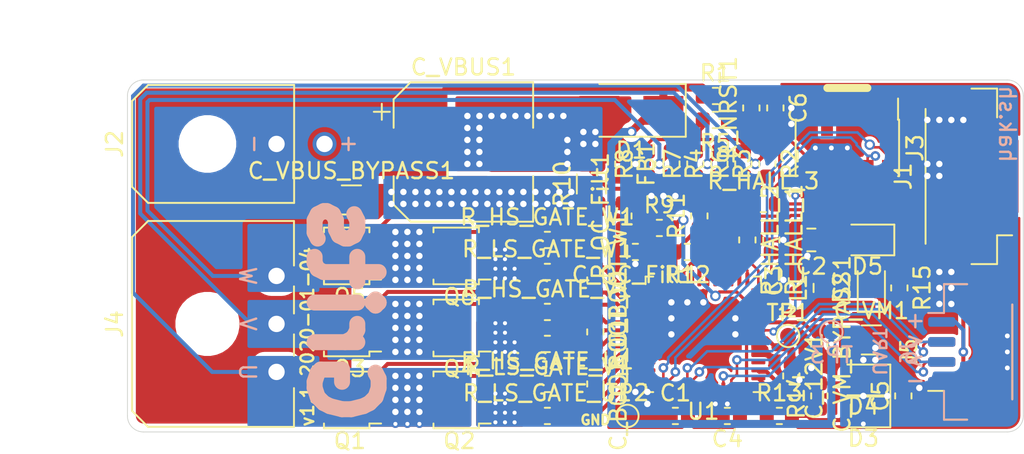
<source format=kicad_pcb>
(kicad_pcb (version 20171130) (host pcbnew "(5.1.5-0-10_14)")
  (layers (0 F.Cu signal) (31 B.Cu signal) (34 B.Paste user hide) (35 F.Paste user hide) (36 B.SilkS user hide) (37 F.SilkS user) (38 B.Mask user hide) (39 F.Mask user hide) (44 Edge.Cuts user))
  (net 0 "")
  (net 1 GND)
  (net 2 VDD)
  (net 3 /V12)
  (net 4 /BOOT_U)
  (net 5 /HS_GATE_U)
  (net 6 /BOOT_V)
  (net 7 /HS_GATE_V)
  (net 8 /BOOT_W)
  (net 9 /HS_GATE_W)
  (net 10 /OC_COMP)
  (net 11 /INVERTER_SRC)
  (net 12 VBUS)
  (net 13 GNDPWR)
  (net 14 /BUCK_SW)
  (net 15 /LED_WARN_R)
  (net 16 /LED_STATUS_R)
  (net 17 /HALL_3)
  (net 18 /HALL_2)
  (net 19 /HALL_1)
  (net 20 /NRESET)
  (net 21 /PHASE_W)
  (net 22 /PHASE_V)
  (net 23 /PHASE_U)
  (net 24 /I2C_SDA)
  (net 25 /I2C_SCL.PPM_IN)
  (net 26 /UART_IN)
  (net 27 /UART_OUT)
  (net 28 /HS_GATE_U_R)
  (net 29 /LS_GATE_U_R)
  (net 30 /HS_GATE_V_R)
  (net 31 /LS_GATE_V_R)
  (net 32 /HS_GATE_W_R)
  (net 33 /LS_GATE_W_R)
  (net 34 /VBUS_R)
  (net 35 /PHASE_U_R)
  (net 36 /PHASE_V_R)
  (net 37 /PHASE_W_R)
  (net 38 /SHUNT_SENSE_N_R)
  (net 39 /LED_WARN)
  (net 40 /LED_STATUS)
  (net 41 /CURRENT_SENSE)
  (net 42 /HALL_1_R)
  (net 43 /HALL_2_R)
  (net 44 /HALL_3_R)
  (net 45 /LS_GATE_U)
  (net 46 /LS_GATE_V)
  (net 47 /LS_GATE_W)
  (net 48 /BOOT0)
  (net 49 /SWD_IO)
  (net 50 /SWD_CLK)
  (net 51 /LED_VDD_R)
  (module Diode_SMD:D_SOD-323F (layer F.Cu) (at 151.5 107 90)
    (fp_text reference D2 (at 0 -1.85 90) (layer F.SilkS))
    (fp_text value DB2J50100L)
    (pad 2 smd rect (at 1.1 0 90) (size 0.5 0.5) (layers F.Cu F.Paste F.Mask) (net 1 GND))
    (pad 1 smd rect (at -1.1 0 90) (size 0.5 0.5) (layers F.Cu F.Paste F.Mask) (net 14 /BUCK_SW))
  )
  (module TestPoint:TestPoint_Pad_D1.0mm (layer F.Cu) (at 136.25 115)
    (fp_text reference TP2 (at 0 -1.448) (layer F.SilkS))
    (fp_text value TestPoint)
    (pad 1 smd circle (at 0 0) (size 1 1) (layers F.Cu F.Mask) (net 1 GND))
  )
  (module Resistor_SMD:R_0603_1608Metric (layer F.Cu) (at 153.25 107 270)
    (fp_text reference R15 (at 0 -1.43 90) (layer F.SilkS))
    (fp_text value 3.3k)
    (pad 2 smd roundrect (at 0.7875 0 270) (size 0.875 0.95) (layers F.Cu F.Paste F.Mask) (net 1 GND))
    (pad 1 smd roundrect (at -0.7875 0 270) (size 0.875 0.95) (layers F.Cu F.Paste F.Mask) (net 51 /LED_VDD_R))
  )
  (module LED_SMD:LED_0805_2012Metric (layer F.Cu) (at 151.25 104 180)
    (fp_text reference D5 (at 0 -1.65) (layer F.SilkS))
    (fp_text value LED)
    (pad 2 smd roundrect (at 0.9375 0 180) (size 0.975 1.4) (layers F.Cu F.Paste F.Mask) (net 2 VDD))
    (pad 1 smd roundrect (at -0.9375 0 180) (size 0.975 1.4) (layers F.Cu F.Paste F.Mask) (net 51 /LED_VDD_R))
  )
  (module Connector_JST:JST_GH_SM04B-GHS-TB_1x04-1MP_P1.25mm_Horizontal (layer B.Cu) (at 157.75 111 270)
    (fp_text reference J6 (at 0 3.9 270) (layer B.SilkS) (effects (justify mirror)))
    (fp_text value Conn_01x04_MountingPin)
    (pad MP smd roundrect (at 3.725 -1.35 270) (size 1 2.7) (layers B.Cu B.Paste B.Mask) (net 1 GND))
    (pad MP smd roundrect (at -3.725 -1.35 270) (size 1 2.7) (layers B.Cu B.Paste B.Mask) (net 1 GND))
    (pad 4 smd roundrect (at 1.875 1.85 270) (size 0.6 1.7) (layers B.Cu B.Paste B.Mask) (net 1 GND))
    (pad 3 smd roundrect (at 0.625 1.85 270) (size 0.6 1.7) (layers B.Cu B.Paste B.Mask) (net 26 /UART_IN))
    (pad 2 smd roundrect (at -0.625 1.85 270) (size 0.6 1.7) (layers B.Cu B.Paste B.Mask) (net 27 /UART_OUT))
    (pad 1 smd roundrect (at -1.875 1.85 270) (size 0.6 1.7) (layers B.Cu B.Paste B.Mask) (net 2 VDD))
  )
  (module Connector_JST:JST_GH_SM04B-GHS-TB_1x04-1MP_P1.25mm_Horizontal (layer F.Cu) (at 157.75 111 90)
    (fp_text reference J5 (at 0 -3.9 90) (layer F.SilkS))
    (fp_text value Conn_01x04_MountingPin)
    (pad MP smd roundrect (at 3.725 1.35 90) (size 1 2.7) (layers F.Cu F.Paste F.Mask) (net 1 GND))
    (pad MP smd roundrect (at -3.725 1.35 90) (size 1 2.7) (layers F.Cu F.Paste F.Mask) (net 1 GND))
    (pad 4 smd roundrect (at 1.875 -1.85 90) (size 0.6 1.7) (layers F.Cu F.Paste F.Mask) (net 1 GND))
    (pad 3 smd roundrect (at 0.625 -1.85 90) (size 0.6 1.7) (layers F.Cu F.Paste F.Mask) (net 24 /I2C_SDA))
    (pad 2 smd roundrect (at -0.625 -1.85 90) (size 0.6 1.7) (layers F.Cu F.Paste F.Mask) (net 25 /I2C_SCL.PPM_IN))
    (pad 1 smd roundrect (at -1.875 -1.85 90) (size 0.6 1.7) (layers F.Cu F.Paste F.Mask) (net 2 VDD))
  )
  (module Package_DFN_QFN-hackshack:VQFN-48-1EP_7x7mm_P0.5mm_EP2.8x2.8mm (layer F.Cu) (at 141 109.9 180)
    (fp_text reference U1 (at 0 -4.82) (layer F.SilkS))
    (fp_text value STSPIN32F0B)
    (pad 48 smd roundrect (at -2.75 -3.4375 180) (size 0.25 0.875) (layers F.Cu F.Paste F.Mask) (net 2 VDD))
    (pad 47 smd roundrect (at -2.25 -3.4375 180) (size 0.25 0.875) (layers F.Cu F.Paste F.Mask))
    (pad 46 smd roundrect (at -1.75 -3.4375 180) (size 0.25 0.875) (layers F.Cu F.Paste F.Mask) (net 24 /I2C_SDA))
    (pad 45 smd roundrect (at -1.25 -3.4375 180) (size 0.25 0.875) (layers F.Cu F.Paste F.Mask) (net 25 /I2C_SCL.PPM_IN))
    (pad 44 smd roundrect (at -0.75 -3.4375 180) (size 0.25 0.875) (layers F.Cu F.Paste F.Mask) (net 1 GND))
    (pad 43 smd roundrect (at -0.25 -3.4375 180) (size 0.25 0.875) (layers F.Cu F.Paste F.Mask))
    (pad 42 smd roundrect (at 0.25 -3.4375 180) (size 0.25 0.875) (layers F.Cu F.Paste F.Mask) (net 48 /BOOT0))
    (pad 41 smd roundrect (at 0.75 -3.4375 180) (size 0.25 0.875) (layers F.Cu F.Paste F.Mask) (net 26 /UART_IN))
    (pad 40 smd roundrect (at 1.25 -3.4375 180) (size 0.25 0.875) (layers F.Cu F.Paste F.Mask) (net 27 /UART_OUT))
    (pad 39 smd roundrect (at 1.75 -3.4375 180) (size 0.25 0.875) (layers F.Cu F.Paste F.Mask))
    (pad 38 smd roundrect (at 2.25 -3.4375 180) (size 0.25 0.875) (layers F.Cu F.Paste F.Mask) (net 49 /SWD_IO))
    (pad 37 smd roundrect (at 2.75 -3.4375 180) (size 0.25 0.875) (layers F.Cu F.Paste F.Mask) (net 50 /SWD_CLK))
    (pad 36 smd roundrect (at 3.4375 -2.75 180) (size 0.875 0.25) (layers F.Cu F.Paste F.Mask) (net 45 /LS_GATE_U))
    (pad 35 smd roundrect (at 3.4375 -2.25 180) (size 0.875 0.25) (layers F.Cu F.Paste F.Mask) (net 4 /BOOT_U))
    (pad 34 smd roundrect (at 3.4375 -1.75 180) (size 0.875 0.25) (layers F.Cu F.Paste F.Mask) (net 23 /PHASE_U))
    (pad 33 smd roundrect (at 3.4375 -1.25 180) (size 0.875 0.25) (layers F.Cu F.Paste F.Mask) (net 5 /HS_GATE_U))
    (pad 32 smd roundrect (at 3.4375 -0.75 180) (size 0.875 0.25) (layers F.Cu F.Paste F.Mask) (net 46 /LS_GATE_V))
    (pad 31 smd roundrect (at 3.4375 -0.25 180) (size 0.875 0.25) (layers F.Cu F.Paste F.Mask) (net 6 /BOOT_V))
    (pad 30 smd roundrect (at 3.4375 0.25 180) (size 0.875 0.25) (layers F.Cu F.Paste F.Mask) (net 22 /PHASE_V))
    (pad 29 smd roundrect (at 3.4375 0.75 180) (size 0.875 0.25) (layers F.Cu F.Paste F.Mask) (net 7 /HS_GATE_V))
    (pad 28 smd roundrect (at 3.4375 1.25 180) (size 0.875 0.25) (layers F.Cu F.Paste F.Mask) (net 47 /LS_GATE_W))
    (pad 27 smd roundrect (at 3.4375 1.75 180) (size 0.875 0.25) (layers F.Cu F.Paste F.Mask) (net 8 /BOOT_W))
    (pad 26 smd roundrect (at 3.4375 2.25 180) (size 0.875 0.25) (layers F.Cu F.Paste F.Mask) (net 21 /PHASE_W))
    (pad 25 smd roundrect (at 3.4375 2.75 180) (size 0.875 0.25) (layers F.Cu F.Paste F.Mask) (net 9 /HS_GATE_W))
    (pad 24 smd roundrect (at 2.75 3.4375 180) (size 0.25 0.875) (layers F.Cu F.Paste F.Mask) (net 10 /OC_COMP))
    (pad 23 smd roundrect (at 2.25 3.4375 180) (size 0.25 0.875) (layers F.Cu F.Paste F.Mask) (net 11 /INVERTER_SRC))
    (pad 22 smd roundrect (at 1.75 3.4375 180) (size 0.25 0.875) (layers F.Cu F.Paste F.Mask) (net 38 /SHUNT_SENSE_N_R))
    (pad 21 smd roundrect (at 1.25 3.4375 180) (size 0.25 0.875) (layers F.Cu F.Paste F.Mask) (net 41 /CURRENT_SENSE))
    (pad 20 smd roundrect (at 0.75 3.4375 180) (size 0.25 0.875) (layers F.Cu F.Paste F.Mask) (net 1 GND))
    (pad 19 smd roundrect (at 0.25 3.4375 180) (size 0.25 0.875) (layers F.Cu F.Paste F.Mask) (net 41 /CURRENT_SENSE))
    (pad 18 smd roundrect (at -0.25 3.4375 180) (size 0.25 0.875) (layers F.Cu F.Paste F.Mask) (net 37 /PHASE_W_R))
    (pad 17 smd roundrect (at -0.75 3.4375 180) (size 0.25 0.875) (layers F.Cu F.Paste F.Mask) (net 36 /PHASE_V_R))
    (pad 16 smd roundrect (at -1.25 3.4375 180) (size 0.25 0.875) (layers F.Cu F.Paste F.Mask) (net 35 /PHASE_U_R))
    (pad 15 smd roundrect (at -1.75 3.4375 180) (size 0.25 0.875) (layers F.Cu F.Paste F.Mask))
    (pad 14 smd roundrect (at -2.25 3.4375 180) (size 0.25 0.875) (layers F.Cu F.Paste F.Mask) (net 34 /VBUS_R))
    (pad 13 smd roundrect (at -2.75 3.4375 180) (size 0.25 0.875) (layers F.Cu F.Paste F.Mask) (net 44 /HALL_3_R))
    (pad 12 smd roundrect (at -3.4375 2.75 180) (size 0.875 0.25) (layers F.Cu F.Paste F.Mask) (net 43 /HALL_2_R))
    (pad 11 smd roundrect (at -3.4375 2.25 180) (size 0.875 0.25) (layers F.Cu F.Paste F.Mask) (net 42 /HALL_1_R))
    (pad 10 smd roundrect (at -3.4375 1.75 180) (size 0.875 0.25) (layers F.Cu F.Paste F.Mask) (net 2 VDD))
    (pad 9 smd roundrect (at -3.4375 1.25 180) (size 0.875 0.25) (layers F.Cu F.Paste F.Mask) (net 14 /BUCK_SW))
    (pad 8 smd roundrect (at -3.4375 0.75 180) (size 0.875 0.25) (layers F.Cu F.Paste F.Mask) (net 12 VBUS))
    (pad 7 smd roundrect (at -3.4375 0.25 180) (size 0.875 0.25) (layers F.Cu F.Paste F.Mask) (net 20 /NRESET))
    (pad 6 smd roundrect (at -3.4375 -0.25 180) (size 0.875 0.25) (layers F.Cu F.Paste F.Mask) (net 3 /V12))
    (pad 5 smd roundrect (at -3.4375 -0.75 180) (size 0.875 0.25) (layers F.Cu F.Paste F.Mask) (net 1 GND))
    (pad 4 smd roundrect (at -3.4375 -1.25 180) (size 0.875 0.25) (layers F.Cu F.Paste F.Mask) (net 1 GND))
    (pad 3 smd roundrect (at -3.4375 -1.75 180) (size 0.875 0.25) (layers F.Cu F.Paste F.Mask))
    (pad 2 smd roundrect (at -3.4375 -2.25 180) (size 0.875 0.25) (layers F.Cu F.Paste F.Mask) (net 40 /LED_STATUS))
    (pad 1 smd roundrect (at -3.4375 -2.75 180) (size 0.875 0.25) (layers F.Cu F.Paste F.Mask) (net 39 /LED_WARN))
    (pad 49 smd roundrect (at 0 0 180) (size 2.8 2.8) (layers F.Cu F.Mask) (roundrect_rratio 0.049) (net 1 GND))
  )
  (module Connector_PinHeader_1.27mm:PinHeader_2x05_P1.27mm_Vertical_SMD (layer F.Cu) (at 150 98.25 270)
    (fp_text reference J3 (at 0 -4.235 90) (layer F.SilkS))
    (fp_text value Conn_ARM_JTAG_SWD_10)
    (pad 10 smd rect (at 1.95 2.54 270) (size 2.4 0.74) (layers F.Cu F.Paste F.Mask) (net 20 /NRESET))
    (pad 9 smd rect (at -1.95 2.54 270) (size 2.4 0.74) (layers F.Cu F.Paste F.Mask) (net 1 GND))
    (pad 8 smd rect (at 1.95 1.27 270) (size 2.4 0.74) (layers F.Cu F.Paste F.Mask))
    (pad 7 smd rect (at -1.95 1.27 270) (size 2.4 0.74) (layers F.Cu F.Paste F.Mask))
    (pad 6 smd rect (at 1.95 0 270) (size 2.4 0.74) (layers F.Cu F.Paste F.Mask))
    (pad 5 smd rect (at -1.95 0 270) (size 2.4 0.74) (layers F.Cu F.Paste F.Mask) (net 1 GND))
    (pad 4 smd rect (at 1.95 -1.27 270) (size 2.4 0.74) (layers F.Cu F.Paste F.Mask) (net 49 /SWD_IO))
    (pad 3 smd rect (at -1.95 -1.27 270) (size 2.4 0.74) (layers F.Cu F.Paste F.Mask) (net 1 GND))
    (pad 2 smd rect (at 1.95 -2.54 270) (size 2.4 0.74) (layers F.Cu F.Paste F.Mask) (net 50 /SWD_CLK))
    (pad 1 smd rect (at -1.95 -2.54 270) (size 2.4 0.74) (layers F.Cu F.Paste F.Mask) (net 2 VDD))
  )
  (module Package_TO_SOT_SMD:LFPAK33 (layer F.Cu) (at 125.75 105 180)
    (fp_text reference Q6 (at 0 -2.55) (layer F.SilkS))
    (fp_text value BUK7M9R9-60E)
    (pad 5 smd custom (at 0.405 0 180) (size 1.85 2.25) (layers F.Cu F.Mask) (net 21 /PHASE_W) (options (clearance outline) (anchor rect)) (primitives (gr_poly (pts (xy 0.925 -1.175) (xy 1.545 -1.175) (xy 1.545 -0.775) (xy 0.925 -0.775)) (width 0)) (gr_poly (pts (xy 0.925 -0.525) (xy 1.545 -0.525) (xy 1.545 -0.125) (xy 0.925 -0.125)) (width 0)) (gr_poly (pts (xy 0.925 0.125) (xy 1.545 0.125) (xy 1.545 0.525) (xy 0.925 0.525)) (width 0)) (gr_poly (pts (xy 0.925 0.775) (xy 1.545 0.775) (xy 1.545 1.175) (xy 0.925 1.175)) (width 0))))
    (pad 4 smd rect (at -1.535 0.975 180) (size 0.83 0.4) (layers F.Cu F.Mask) (net 33 /LS_GATE_W_R))
    (pad 3 smd rect (at -1.535 0.325 180) (size 0.83 0.4) (layers F.Cu F.Mask) (net 11 /INVERTER_SRC))
    (pad 1 smd rect (at -1.535 -0.975 180) (size 0.83 0.4) (layers F.Cu F.Mask) (net 11 /INVERTER_SRC))
    (pad 2 smd rect (at -1.535 -0.325 180) (size 0.83 0.4) (layers F.Cu F.Mask) (net 11 /INVERTER_SRC))
  )
  (module Package_TO_SOT_SMD:LFPAK33 (layer F.Cu) (at 118.905 105 180)
    (fp_text reference Q5 (at 0 -2.55) (layer F.SilkS))
    (fp_text value BUK7M9R9-60E)
    (pad 5 smd custom (at 0.405 0 180) (size 1.85 2.25) (layers F.Cu F.Mask) (net 12 VBUS) (options (clearance outline) (anchor rect)) (primitives (gr_poly (pts (xy 0.925 -1.175) (xy 1.545 -1.175) (xy 1.545 -0.775) (xy 0.925 -0.775)) (width 0)) (gr_poly (pts (xy 0.925 -0.525) (xy 1.545 -0.525) (xy 1.545 -0.125) (xy 0.925 -0.125)) (width 0)) (gr_poly (pts (xy 0.925 0.125) (xy 1.545 0.125) (xy 1.545 0.525) (xy 0.925 0.525)) (width 0)) (gr_poly (pts (xy 0.925 0.775) (xy 1.545 0.775) (xy 1.545 1.175) (xy 0.925 1.175)) (width 0))))
    (pad 4 smd rect (at -1.535 0.975 180) (size 0.83 0.4) (layers F.Cu F.Mask) (net 32 /HS_GATE_W_R))
    (pad 3 smd rect (at -1.535 0.325 180) (size 0.83 0.4) (layers F.Cu F.Mask) (net 21 /PHASE_W))
    (pad 1 smd rect (at -1.535 -0.975 180) (size 0.83 0.4) (layers F.Cu F.Mask) (net 21 /PHASE_W))
    (pad 2 smd rect (at -1.535 -0.325 180) (size 0.83 0.4) (layers F.Cu F.Mask) (net 21 /PHASE_W))
  )
  (module Package_TO_SOT_SMD:LFPAK33 (layer F.Cu) (at 125.75 109.5 180)
    (fp_text reference Q4 (at 0 -2.55) (layer F.SilkS))
    (fp_text value BUK7M9R9-60E)
    (pad 5 smd custom (at 0.405 0 180) (size 1.85 2.25) (layers F.Cu F.Mask) (net 22 /PHASE_V) (options (clearance outline) (anchor rect)) (primitives (gr_poly (pts (xy 0.925 -1.175) (xy 1.545 -1.175) (xy 1.545 -0.775) (xy 0.925 -0.775)) (width 0)) (gr_poly (pts (xy 0.925 -0.525) (xy 1.545 -0.525) (xy 1.545 -0.125) (xy 0.925 -0.125)) (width 0)) (gr_poly (pts (xy 0.925 0.125) (xy 1.545 0.125) (xy 1.545 0.525) (xy 0.925 0.525)) (width 0)) (gr_poly (pts (xy 0.925 0.775) (xy 1.545 0.775) (xy 1.545 1.175) (xy 0.925 1.175)) (width 0))))
    (pad 4 smd rect (at -1.535 0.975 180) (size 0.83 0.4) (layers F.Cu F.Mask) (net 31 /LS_GATE_V_R))
    (pad 3 smd rect (at -1.535 0.325 180) (size 0.83 0.4) (layers F.Cu F.Mask) (net 11 /INVERTER_SRC))
    (pad 1 smd rect (at -1.535 -0.975 180) (size 0.83 0.4) (layers F.Cu F.Mask) (net 11 /INVERTER_SRC))
    (pad 2 smd rect (at -1.535 -0.325 180) (size 0.83 0.4) (layers F.Cu F.Mask) (net 11 /INVERTER_SRC))
  )
  (module Package_TO_SOT_SMD:LFPAK33 (layer F.Cu) (at 118.905 109.5 180)
    (fp_text reference Q3 (at 0 -2.55) (layer F.SilkS))
    (fp_text value BUK7M9R9-60E)
    (pad 5 smd custom (at 0.405 0 180) (size 1.85 2.25) (layers F.Cu F.Mask) (net 12 VBUS) (options (clearance outline) (anchor rect)) (primitives (gr_poly (pts (xy 0.925 -1.175) (xy 1.545 -1.175) (xy 1.545 -0.775) (xy 0.925 -0.775)) (width 0)) (gr_poly (pts (xy 0.925 -0.525) (xy 1.545 -0.525) (xy 1.545 -0.125) (xy 0.925 -0.125)) (width 0)) (gr_poly (pts (xy 0.925 0.125) (xy 1.545 0.125) (xy 1.545 0.525) (xy 0.925 0.525)) (width 0)) (gr_poly (pts (xy 0.925 0.775) (xy 1.545 0.775) (xy 1.545 1.175) (xy 0.925 1.175)) (width 0))))
    (pad 4 smd rect (at -1.535 0.975 180) (size 0.83 0.4) (layers F.Cu F.Mask) (net 30 /HS_GATE_V_R))
    (pad 3 smd rect (at -1.535 0.325 180) (size 0.83 0.4) (layers F.Cu F.Mask) (net 22 /PHASE_V))
    (pad 1 smd rect (at -1.535 -0.975 180) (size 0.83 0.4) (layers F.Cu F.Mask) (net 22 /PHASE_V))
    (pad 2 smd rect (at -1.535 -0.325 180) (size 0.83 0.4) (layers F.Cu F.Mask) (net 22 /PHASE_V))
  )
  (module Package_TO_SOT_SMD:LFPAK33 (layer F.Cu) (at 125.75 114 180)
    (fp_text reference Q2 (at 0 -2.55) (layer F.SilkS))
    (fp_text value BUK7M9R9-60E)
    (pad 5 smd custom (at 0.405 0 180) (size 1.85 2.25) (layers F.Cu F.Mask) (net 23 /PHASE_U) (options (clearance outline) (anchor rect)) (primitives (gr_poly (pts (xy 0.925 -1.175) (xy 1.545 -1.175) (xy 1.545 -0.775) (xy 0.925 -0.775)) (width 0)) (gr_poly (pts (xy 0.925 -0.525) (xy 1.545 -0.525) (xy 1.545 -0.125) (xy 0.925 -0.125)) (width 0)) (gr_poly (pts (xy 0.925 0.125) (xy 1.545 0.125) (xy 1.545 0.525) (xy 0.925 0.525)) (width 0)) (gr_poly (pts (xy 0.925 0.775) (xy 1.545 0.775) (xy 1.545 1.175) (xy 0.925 1.175)) (width 0))))
    (pad 4 smd rect (at -1.535 0.975 180) (size 0.83 0.4) (layers F.Cu F.Mask) (net 29 /LS_GATE_U_R))
    (pad 3 smd rect (at -1.535 0.325 180) (size 0.83 0.4) (layers F.Cu F.Mask) (net 11 /INVERTER_SRC))
    (pad 1 smd rect (at -1.535 -0.975 180) (size 0.83 0.4) (layers F.Cu F.Mask) (net 11 /INVERTER_SRC))
    (pad 2 smd rect (at -1.535 -0.325 180) (size 0.83 0.4) (layers F.Cu F.Mask) (net 11 /INVERTER_SRC))
  )
  (module Package_TO_SOT_SMD:LFPAK33 (layer F.Cu) (at 118.905 114 180)
    (fp_text reference Q1 (at 0 -2.55) (layer F.SilkS))
    (fp_text value BUK7M9R9-60E)
    (pad 5 smd custom (at 0.405 0 180) (size 1.85 2.25) (layers F.Cu F.Mask) (net 12 VBUS) (options (clearance outline) (anchor rect)) (primitives (gr_poly (pts (xy 0.925 -1.175) (xy 1.545 -1.175) (xy 1.545 -0.775) (xy 0.925 -0.775)) (width 0)) (gr_poly (pts (xy 0.925 -0.525) (xy 1.545 -0.525) (xy 1.545 -0.125) (xy 0.925 -0.125)) (width 0)) (gr_poly (pts (xy 0.925 0.125) (xy 1.545 0.125) (xy 1.545 0.525) (xy 0.925 0.525)) (width 0)) (gr_poly (pts (xy 0.925 0.775) (xy 1.545 0.775) (xy 1.545 1.175) (xy 0.925 1.175)) (width 0))))
    (pad 4 smd rect (at -1.535 0.975 180) (size 0.83 0.4) (layers F.Cu F.Mask) (net 28 /HS_GATE_U_R))
    (pad 3 smd rect (at -1.535 0.325 180) (size 0.83 0.4) (layers F.Cu F.Mask) (net 23 /PHASE_U))
    (pad 1 smd rect (at -1.535 -0.975 180) (size 0.83 0.4) (layers F.Cu F.Mask) (net 23 /PHASE_U))
    (pad 2 smd rect (at -1.535 -0.325 180) (size 0.83 0.4) (layers F.Cu F.Mask) (net 23 /PHASE_U))
  )
  (module TestPoint:TestPoint_Pad_D1.0mm (layer B.Cu) (at 149 109.75)
    (fp_text reference TP3 (at 0 1.448) (layer B.SilkS) (effects (justify mirror)))
    (fp_text value TestPoint)
    (pad 1 smd circle (at 0 0) (size 1 1) (layers B.Cu B.Mask) (net 12 VBUS))
  )
  (module TestPoint:TestPoint_Pad_D1.0mm (layer F.Cu) (at 146.3 110)
    (fp_text reference TP1 (at 0 -1.448) (layer F.SilkS))
    (fp_text value TestPoint)
    (pad 1 smd circle (at 0 0) (size 1 1) (layers F.Cu F.Mask) (net 3 /V12))
  )
  (module Resistor_SMD:R_0603_1608Metric (layer F.Cu) (at 136 102.5 90)
    (fp_text reference R_OC_Filt1 (at 0 -1.43 90) (layer F.SilkS))
    (fp_text value 1.5k)
    (pad 2 smd roundrect (at 0.7875 0 90) (size 0.875 0.95) (layers F.Cu F.Paste F.Mask) (net 11 /INVERTER_SRC))
    (pad 1 smd roundrect (at -0.7875 0 90) (size 0.875 0.95) (layers F.Cu F.Paste F.Mask) (net 10 /OC_COMP))
  )
  (module Resistor_SMD:R_0603_1608Metric (layer F.Cu) (at 144 95.75 90)
    (fp_text reference R_NRST1 (at 0 -1.43 90) (layer F.SilkS))
    (fp_text value 22k)
    (pad 2 smd roundrect (at 0.7875 0 90) (size 0.875 0.95) (layers F.Cu F.Paste F.Mask) (net 2 VDD))
    (pad 1 smd roundrect (at -0.7875 0 90) (size 0.875 0.95) (layers F.Cu F.Paste F.Mask) (net 20 /NRESET))
  )
  (module Resistor_SMD:R_0603_1608Metric (layer F.Cu) (at 131.25 106)
    (fp_text reference R_LS_GATE_W1 (at 0 -1.43) (layer F.SilkS))
    (fp_text value 5R)
    (pad 2 smd roundrect (at 0.7875 0) (size 0.875 0.95) (layers F.Cu F.Paste F.Mask) (net 47 /LS_GATE_W))
    (pad 1 smd roundrect (at -0.7875 0) (size 0.875 0.95) (layers F.Cu F.Paste F.Mask) (net 33 /LS_GATE_W_R))
  )
  (module Resistor_SMD:R_0603_1608Metric (layer F.Cu) (at 131.25 110.5 180)
    (fp_text reference R_LS_GATE_V1 (at 0 -1.43) (layer F.SilkS))
    (fp_text value 5R)
    (pad 2 smd roundrect (at 0.7875 0 180) (size 0.875 0.95) (layers F.Cu F.Paste F.Mask) (net 31 /LS_GATE_V_R))
    (pad 1 smd roundrect (at -0.7875 0 180) (size 0.875 0.95) (layers F.Cu F.Paste F.Mask) (net 46 /LS_GATE_V))
  )
  (module Resistor_SMD:R_0603_1608Metric (layer F.Cu) (at 131.25 115)
    (fp_text reference R_LS_GATE_U1 (at 0 -1.43) (layer F.SilkS))
    (fp_text value 5R)
    (pad 2 smd roundrect (at 0.7875 0) (size 0.875 0.95) (layers F.Cu F.Paste F.Mask) (net 45 /LS_GATE_U))
    (pad 1 smd roundrect (at -0.7875 0) (size 0.875 0.95) (layers F.Cu F.Paste F.Mask) (net 29 /LS_GATE_U_R))
  )
  (module Resistor_SMD:R_0603_1608Metric (layer F.Cu) (at 131.25 104)
    (fp_text reference R_HS_GATE_W1 (at 0 -1.43) (layer F.SilkS))
    (fp_text value 5R)
    (pad 2 smd roundrect (at 0.7875 0) (size 0.875 0.95) (layers F.Cu F.Paste F.Mask) (net 9 /HS_GATE_W))
    (pad 1 smd roundrect (at -0.7875 0) (size 0.875 0.95) (layers F.Cu F.Paste F.Mask) (net 32 /HS_GATE_W_R))
  )
  (module Resistor_SMD:R_0603_1608Metric (layer F.Cu) (at 131.25 108.5)
    (fp_text reference R_HS_GATE_V1 (at 0 -1.43) (layer F.SilkS))
    (fp_text value 5R)
    (pad 2 smd roundrect (at 0.7875 0) (size 0.875 0.95) (layers F.Cu F.Paste F.Mask) (net 7 /HS_GATE_V))
    (pad 1 smd roundrect (at -0.7875 0) (size 0.875 0.95) (layers F.Cu F.Paste F.Mask) (net 30 /HS_GATE_V_R))
  )
  (module Resistor_SMD:R_0603_1608Metric (layer F.Cu) (at 131.25 113)
    (fp_text reference R_HS_GATE_U1 (at 0 -1.43) (layer F.SilkS))
    (fp_text value 5R)
    (pad 2 smd roundrect (at 0.7875 0) (size 0.875 0.95) (layers F.Cu F.Paste F.Mask) (net 5 /HS_GATE_U))
    (pad 1 smd roundrect (at -0.7875 0) (size 0.875 0.95) (layers F.Cu F.Paste F.Mask) (net 28 /HS_GATE_U_R))
  )
  (module Resistor_SMD:R_0603_1608Metric (layer F.Cu) (at 144.75 101.75)
    (fp_text reference R_HALL_3 (at 0 -1.43) (layer F.SilkS))
    (fp_text value 22R)
    (pad 2 smd roundrect (at 0.7875 0) (size 0.875 0.95) (layers F.Cu F.Paste F.Mask) (net 17 /HALL_3))
    (pad 1 smd roundrect (at -0.7875 0) (size 0.875 0.95) (layers F.Cu F.Paste F.Mask) (net 44 /HALL_3_R))
  )
  (module Resistor_SMD:R_0603_1608Metric (layer F.Cu) (at 143.75 104 270)
    (fp_text reference R_HALL_2 (at 0 -1.43 90) (layer F.SilkS))
    (fp_text value 22R)
    (pad 2 smd roundrect (at 0.7875 0 270) (size 0.875 0.95) (layers F.Cu F.Paste F.Mask) (net 43 /HALL_2_R))
    (pad 1 smd roundrect (at -0.7875 0 270) (size 0.875 0.95) (layers F.Cu F.Paste F.Mask) (net 18 /HALL_2))
  )
  (module Resistor_SMD:R_0603_1608Metric (layer F.Cu) (at 145.25 104 270)
    (fp_text reference R_HALL_1 (at 0 -1.43 90) (layer F.SilkS))
    (fp_text value 22R)
    (pad 2 smd roundrect (at 0.7875 0 270) (size 0.875 0.95) (layers F.Cu F.Paste F.Mask) (net 42 /HALL_1_R))
    (pad 1 smd roundrect (at -0.7875 0 270) (size 0.875 0.95) (layers F.Cu F.Paste F.Mask) (net 19 /HALL_1))
  )
  (module Resistor_SMD:R_0603_1608Metric (layer F.Cu) (at 140 104.75 180)
    (fp_text reference R12 (at 0 -1.43) (layer F.SilkS))
    (fp_text value 7.5k/0.5%)
    (pad 2 smd roundrect (at 0.7875 0 180) (size 0.875 0.95) (layers F.Cu F.Paste F.Mask) (net 38 /SHUNT_SENSE_N_R))
    (pad 1 smd roundrect (at -0.7875 0 180) (size 0.875 0.95) (layers F.Cu F.Paste F.Mask) (net 41 /CURRENT_SENSE))
  )
  (module Resistor_SMD:R_0603_1608Metric (layer F.Cu) (at 148.25 113.75 90)
    (fp_text reference R14 (at 0 -1.43 90) (layer F.SilkS))
    (fp_text value 3.3k)
    (pad 2 smd roundrect (at 0.7875 0 90) (size 0.875 0.95) (layers F.Cu F.Paste F.Mask) (net 16 /LED_STATUS_R))
    (pad 1 smd roundrect (at -0.7875 0 90) (size 0.875 0.95) (layers F.Cu F.Paste F.Mask) (net 40 /LED_STATUS))
  )
  (module Resistor_SMD:R_0603_1608Metric (layer F.Cu) (at 145.75 115)
    (fp_text reference R13 (at 0 -1.43) (layer F.SilkS))
    (fp_text value 3.3k)
    (pad 2 smd roundrect (at 0.7875 0) (size 0.875 0.95) (layers F.Cu F.Paste F.Mask) (net 15 /LED_WARN_R))
    (pad 1 smd roundrect (at -0.7875 0) (size 0.875 0.95) (layers F.Cu F.Paste F.Mask) (net 39 /LED_WARN))
  )
  (module Resistor_SMD:R_0603_1608Metric (layer F.Cu) (at 140.75 102.5 90)
    (fp_text reference R11 (at 0 -1.43 90) (layer F.SilkS))
    (fp_text value 105k/0.5%)
    (pad 2 smd roundrect (at 0.7875 0 90) (size 0.875 0.95) (layers F.Cu F.Paste F.Mask) (net 13 GNDPWR))
    (pad 1 smd roundrect (at -0.7875 0 90) (size 0.875 0.95) (layers F.Cu F.Paste F.Mask) (net 38 /SHUNT_SENSE_N_R))
  )
  (module Resistor_SMD:R_1206_3216Metric (layer F.Cu) (at 134 100.5 90)
    (fp_text reference R10 (at 0 -1.82 90) (layer F.SilkS))
    (fp_text value 10mR)
    (pad 2 smd roundrect (at 1.4 0 90) (size 1.25 1.75) (layers F.Cu F.Paste F.Mask) (roundrect_rratio 0.2) (net 13 GNDPWR))
    (pad 1 smd roundrect (at -1.4 0 90) (size 1.25 1.75) (layers F.Cu F.Paste F.Mask) (roundrect_rratio 0.2) (net 11 /INVERTER_SRC))
  )
  (module Resistor_SMD:R_0603_1608Metric (layer F.Cu) (at 138.25 103.25)
    (fp_text reference R9 (at 0 -1.43) (layer F.SilkS))
    (fp_text value "no pop")
    (pad 2 smd roundrect (at 0.7875 0) (size 0.875 0.95) (layers F.Cu F.Paste F.Mask) (net 2 VDD))
    (pad 1 smd roundrect (at -0.7875 0) (size 0.875 0.95) (layers F.Cu F.Paste F.Mask) (net 10 /OC_COMP))
  )
  (module Resistor_SMD:R_0603_1608Metric (layer F.Cu) (at 137.5 99.25 90)
    (fp_text reference R8 (at 0 -1.43 90) (layer F.SilkS))
    (fp_text value 10k)
    (pad 2 smd roundrect (at 0.7875 0 90) (size 0.875 0.95) (layers F.Cu F.Paste F.Mask) (net 13 GNDPWR))
    (pad 1 smd roundrect (at -0.7875 0 90) (size 0.875 0.95) (layers F.Cu F.Paste F.Mask) (net 37 /PHASE_W_R))
  )
  (module Resistor_SMD:R_0603_1608Metric (layer F.Cu) (at 140.5 99.25 90)
    (fp_text reference R7 (at 0 -1.43 90) (layer F.SilkS))
    (fp_text value 10k)
    (pad 2 smd roundrect (at 0.7875 0 90) (size 0.875 0.95) (layers F.Cu F.Paste F.Mask) (net 13 GNDPWR))
    (pad 1 smd roundrect (at -0.7875 0 90) (size 0.875 0.95) (layers F.Cu F.Paste F.Mask) (net 36 /PHASE_V_R))
  )
  (module Resistor_SMD:R_0603_1608Metric (layer F.Cu) (at 143.5 99.25 90)
    (fp_text reference R6 (at 0 -1.43 90) (layer F.SilkS))
    (fp_text value 10k)
    (pad 2 smd roundrect (at 0.7875 0 90) (size 0.875 0.95) (layers F.Cu F.Paste F.Mask) (net 13 GNDPWR))
    (pad 1 smd roundrect (at -0.7875 0 90) (size 0.875 0.95) (layers F.Cu F.Paste F.Mask) (net 35 /PHASE_U_R))
  )
  (module Resistor_SMD:R_0603_1608Metric (layer F.Cu) (at 141.75 96.5 180)
    (fp_text reference R5 (at 0 -1.43) (layer F.SilkS))
    (fp_text value 10k)
    (pad 2 smd roundrect (at 0.7875 0 180) (size 0.875 0.95) (layers F.Cu F.Paste F.Mask) (net 13 GNDPWR))
    (pad 1 smd roundrect (at -0.7875 0 180) (size 0.875 0.95) (layers F.Cu F.Paste F.Mask) (net 34 /VBUS_R))
  )
  (module Resistor_SMD:R_0603_1608Metric (layer F.Cu) (at 139 99.25 270)
    (fp_text reference R4 (at 0 -1.43 90) (layer F.SilkS))
    (fp_text value 110k)
    (pad 2 smd roundrect (at 0.7875 0 270) (size 0.875 0.95) (layers F.Cu F.Paste F.Mask) (net 37 /PHASE_W_R))
    (pad 1 smd roundrect (at -0.7875 0 270) (size 0.875 0.95) (layers F.Cu F.Paste F.Mask) (net 21 /PHASE_W))
  )
  (module Resistor_SMD:R_0603_1608Metric (layer F.Cu) (at 142 99.25 270)
    (fp_text reference R3 (at 0 -1.43 90) (layer F.SilkS))
    (fp_text value 110k)
    (pad 2 smd roundrect (at 0.7875 0 270) (size 0.875 0.95) (layers F.Cu F.Paste F.Mask) (net 36 /PHASE_V_R))
    (pad 1 smd roundrect (at -0.7875 0 270) (size 0.875 0.95) (layers F.Cu F.Paste F.Mask) (net 22 /PHASE_V))
  )
  (module Resistor_SMD:R_0603_1608Metric (layer F.Cu) (at 145 99.25 270)
    (fp_text reference R2 (at 0 -1.43 90) (layer F.SilkS))
    (fp_text value 110k)
    (pad 2 smd roundrect (at 0.7875 0 270) (size 0.875 0.95) (layers F.Cu F.Paste F.Mask) (net 35 /PHASE_U_R))
    (pad 1 smd roundrect (at -0.7875 0 270) (size 0.875 0.95) (layers F.Cu F.Paste F.Mask) (net 23 /PHASE_U))
  )
  (module Resistor_SMD:R_0603_1608Metric (layer F.Cu) (at 141.75 95)
    (fp_text reference R1 (at 0 -1.43) (layer F.SilkS))
    (fp_text value 110k)
    (pad 2 smd roundrect (at 0.7875 0) (size 0.875 0.95) (layers F.Cu F.Paste F.Mask) (net 34 /VBUS_R))
    (pad 1 smd roundrect (at -0.7875 0) (size 0.875 0.95) (layers F.Cu F.Paste F.Mask) (net 12 VBUS))
  )
  (module Inductor_SMD:L_1008_2520Metric (layer F.Cu) (at 149 107 90)
    (fp_text reference L1 (at 0 -2.05 90) (layer F.SilkS))
    (fp_text value 22µH)
    (pad 2 smd roundrect (at 1.075 0 90) (size 1.25 2.2) (layers F.Cu F.Paste F.Mask) (roundrect_rratio 0.2) (net 2 VDD))
    (pad 1 smd roundrect (at -1.075 0 90) (size 1.25 2.2) (layers F.Cu F.Paste F.Mask) (roundrect_rratio 0.2) (net 14 /BUCK_SW))
  )
  (module Connector_Molex:Molex_Micro-Fit_3.0_43650-0300_1x03_P3.00mm_Horizontal (layer F.Cu) (at 114.32 112.25 90)
    (fp_text reference J4 (at 3 -10.12 90) (layer F.SilkS))
    (fp_text value Conn_01x03)
    (pad 3 thru_hole oval (at 6 0 90) (size 1.5 2.02) (drill 1.02) (layers *.Cu *.Mask) (net 21 /PHASE_W))
    (pad 2 thru_hole oval (at 3 0 90) (size 1.5 2.02) (drill 1.02) (layers *.Cu *.Mask) (net 22 /PHASE_V))
    (pad 1 thru_hole roundrect (at 0 0 90) (size 1.5 2.02) (drill 1.02) (layers *.Cu *.Mask) (roundrect_rratio 0.166667) (net 23 /PHASE_U))
    (pad "" np_thru_hole circle (at 3 -4.32 90) (size 3 3) (drill 3) (layers *.Cu *.Mask))
  )
  (module Connector_Molex:Molex_Micro-Fit_3.0_43045-0200_2x01_P3.00mm_Horizontal (layer F.Cu) (at 114.32 98 90)
    (fp_text reference J2 (at 0 -10.12 90) (layer F.SilkS))
    (fp_text value Conn_02x01)
    (pad 2 thru_hole circle (at 0 3 90) (size 1.5 1.5) (drill 1.02) (layers *.Cu *.Mask) (net 12 VBUS))
    (pad 1 thru_hole roundrect (at 0 0 90) (size 1.5 1.5) (drill 1.02) (layers *.Cu *.Mask) (roundrect_rratio 0.166667) (net 13 GNDPWR))
    (pad "" np_thru_hole circle (at 0 -4.32 90) (size 3 3) (drill 3) (layers *.Cu *.Mask))
  )
  (module Connector_JST:JST_GH_BM06B-GHS-TBT_1x06-1MP_P1.25mm_Vertical (layer F.Cu) (at 157.5 100.025 90)
    (fp_text reference J1 (at 0 -4 90) (layer F.SilkS))
    (fp_text value Conn_01x06_MountingPin)
    (pad MP smd roundrect (at 4.975 -1.4 90) (size 1 2.8) (layers F.Cu F.Paste F.Mask) (net 1 GND))
    (pad MP smd roundrect (at -4.975 -1.4 90) (size 1 2.8) (layers F.Cu F.Paste F.Mask) (net 1 GND))
    (pad 6 smd roundrect (at 3.125 1.95 90) (size 0.6 1.7) (layers F.Cu F.Paste F.Mask) (net 1 GND))
    (pad 5 smd roundrect (at 1.875 1.95 90) (size 0.6 1.7) (layers F.Cu F.Paste F.Mask) (net 17 /HALL_3))
    (pad 4 smd roundrect (at 0.625 1.95 90) (size 0.6 1.7) (layers F.Cu F.Paste F.Mask) (net 18 /HALL_2))
    (pad 3 smd roundrect (at -0.625 1.95 90) (size 0.6 1.7) (layers F.Cu F.Paste F.Mask) (net 19 /HALL_1))
    (pad 2 smd roundrect (at -1.875 1.95 90) (size 0.6 1.7) (layers F.Cu F.Paste F.Mask))
    (pad 1 smd roundrect (at -3.125 1.95 90) (size 0.6 1.7) (layers F.Cu F.Paste F.Mask) (net 2 VDD))
  )
  (module Inductor_SMD:L_0603_1608Metric (layer F.Cu) (at 136 99.25 270)
    (fp_text reference FB1 (at 0 -1.43 90) (layer F.SilkS))
    (fp_text value Ferrite_Bead)
    (pad 2 smd roundrect (at 0.7875 0 270) (size 0.875 0.95) (layers F.Cu F.Paste F.Mask) (net 1 GND))
    (pad 1 smd roundrect (at -0.7875 0 270) (size 0.875 0.95) (layers F.Cu F.Paste F.Mask) (net 13 GNDPWR))
  )
  (module Diode_SMD:D_SMA (layer F.Cu) (at 136.5 95.9 180)
    (fp_text reference D1 (at 0 -2.5) (layer F.SilkS))
    (fp_text value SMAJ43A)
    (pad 2 smd rect (at 2 0 180) (size 2.5 1.8) (layers F.Cu F.Paste F.Mask) (net 13 GNDPWR))
    (pad 1 smd rect (at -2 0 180) (size 2.5 1.8) (layers F.Cu F.Paste F.Mask) (net 12 VBUS))
  )
  (module LED_SMD:LED_0805_2012Metric (layer F.Cu) (at 151 112.75 180)
    (fp_text reference D4 (at 0 -1.65) (layer F.SilkS))
    (fp_text value LED)
    (pad 2 smd roundrect (at 0.9375 0 180) (size 0.975 1.4) (layers F.Cu F.Paste F.Mask) (net 16 /LED_STATUS_R))
    (pad 1 smd roundrect (at -0.9375 0 180) (size 0.975 1.4) (layers F.Cu F.Paste F.Mask) (net 1 GND))
  )
  (module LED_SMD:LED_0805_2012Metric (layer F.Cu) (at 151 114.75 180)
    (fp_text reference D3 (at 0 -1.65) (layer F.SilkS))
    (fp_text value LED)
    (pad 2 smd roundrect (at 0.9375 0 180) (size 0.975 1.4) (layers F.Cu F.Paste F.Mask) (net 15 /LED_WARN_R))
    (pad 1 smd roundrect (at -0.9375 0 180) (size 0.975 1.4) (layers F.Cu F.Paste F.Mask) (net 1 GND))
  )
  (module Capacitor_SMD:C_0603_1608Metric (layer F.Cu) (at 148.25 110.5 270)
    (fp_text reference C_VM_BYPASS1 (at 0 -1.43 90) (layer F.SilkS))
    (fp_text value 100nF/50V)
    (pad 2 smd roundrect (at 0.7875 0 270) (size 0.875 0.95) (layers F.Cu F.Paste F.Mask) (net 1 GND))
    (pad 1 smd roundrect (at -0.7875 0 270) (size 0.875 0.95) (layers F.Cu F.Paste F.Mask) (net 12 VBUS))
  )
  (module Capacitor_SMD:C_1206_3216Metric (layer F.Cu) (at 151.5 110.25)
    (fp_text reference C_VM1 (at 0 -1.82) (layer F.SilkS))
    (fp_text value 10µF/50V)
    (pad 2 smd roundrect (at 1.4 0) (size 1.25 1.75) (layers F.Cu F.Paste F.Mask) (roundrect_rratio 0.2) (net 1 GND))
    (pad 1 smd roundrect (at -1.4 0) (size 1.25 1.75) (layers F.Cu F.Paste F.Mask) (roundrect_rratio 0.2) (net 12 VBUS))
  )
  (module Capacitor_SMD:CP_Elec_8x10.5 (layer F.Cu) (at 126 98.5)
    (fp_text reference C_VBUS1 (at 0 -5.3) (layer F.SilkS))
    (fp_text value 150µF/50V)
    (pad 2 smd roundrect (at 3.7 0) (size 4.4 2.5) (layers F.Cu F.Paste F.Mask) (roundrect_rratio 0.1) (net 13 GNDPWR))
    (pad 1 smd roundrect (at -3.7 0) (size 4.4 2.5) (layers F.Cu F.Paste F.Mask) (roundrect_rratio 0.1) (net 12 VBUS))
  )
  (module Capacitor_SMD:C_1206_3216Metric (layer F.Cu) (at 119 101.5)
    (fp_text reference C_VBUS_BYPASS1 (at 0 -1.82) (layer F.SilkS))
    (fp_text value 10uF/50V)
    (pad 2 smd roundrect (at 1.4 0) (size 1.25 1.75) (layers F.Cu F.Paste F.Mask) (roundrect_rratio 0.2) (net 11 /INVERTER_SRC))
    (pad 1 smd roundrect (at -1.4 0) (size 1.25 1.75) (layers F.Cu F.Paste F.Mask) (roundrect_rratio 0.2) (net 12 VBUS))
  )
  (module Capacitor_SMD:C_0603_1608Metric (layer F.Cu) (at 136.75 104.75 180)
    (fp_text reference C_OC_Filt1 (at 0 -1.43) (layer F.SilkS))
    (fp_text value 1nF)
    (pad 2 smd roundrect (at 0.7875 0 180) (size 0.875 0.95) (layers F.Cu F.Paste F.Mask) (net 1 GND))
    (pad 1 smd roundrect (at -0.7875 0 180) (size 0.875 0.95) (layers F.Cu F.Paste F.Mask) (net 10 /OC_COMP))
  )
  (module Capacitor_SMD:C_0603_1608Metric (layer F.Cu) (at 134.25 106.5 270)
    (fp_text reference C_BOOT_W1 (at 0 -1.43 90) (layer F.SilkS))
    (fp_text value 100nF)
    (pad 2 smd roundrect (at 0.7875 0 270) (size 0.875 0.95) (layers F.Cu F.Paste F.Mask) (net 8 /BOOT_W))
    (pad 1 smd roundrect (at -0.7875 0 270) (size 0.875 0.95) (layers F.Cu F.Paste F.Mask) (net 9 /HS_GATE_W))
  )
  (module Capacitor_SMD:C_0603_1608Metric (layer F.Cu) (at 134.25 109.75 270)
    (fp_text reference C_BOOT_V1 (at 0 -1.43 90) (layer F.SilkS))
    (fp_text value 100nF)
    (pad 2 smd roundrect (at 0.7875 0 270) (size 0.875 0.95) (layers F.Cu F.Paste F.Mask) (net 6 /BOOT_V))
    (pad 1 smd roundrect (at -0.7875 0 270) (size 0.875 0.95) (layers F.Cu F.Paste F.Mask) (net 7 /HS_GATE_V))
  )
  (module Capacitor_SMD:C_0603_1608Metric (layer F.Cu) (at 134.25 113 270)
    (fp_text reference C_BOOT_U1 (at 0 -1.43 90) (layer F.SilkS))
    (fp_text value 100nF)
    (pad 2 smd roundrect (at 0.7875 0 270) (size 0.875 0.95) (layers F.Cu F.Paste F.Mask) (net 4 /BOOT_U))
    (pad 1 smd roundrect (at -0.7875 0 270) (size 0.875 0.95) (layers F.Cu F.Paste F.Mask) (net 5 /HS_GATE_U))
  )
  (module Capacitor_SMD:C_0603_1608Metric (layer F.Cu) (at 146.5 112.5 270)
    (fp_text reference C_12V1 (at 0 -1.43 90) (layer F.SilkS))
    (fp_text value 2.2µF/16V)
    (pad 2 smd roundrect (at 0.7875 0 270) (size 0.875 0.95) (layers F.Cu F.Paste F.Mask) (net 1 GND))
    (pad 1 smd roundrect (at -0.7875 0 270) (size 0.875 0.95) (layers F.Cu F.Paste F.Mask) (net 3 /V12))
  )
  (module Capacitor_SMD:C_0603_1608Metric (layer F.Cu) (at 145.5 95.75 270)
    (fp_text reference C6 (at 0 -1.43 90) (layer F.SilkS))
    (fp_text value 100nF)
    (pad 2 smd roundrect (at 0.7875 0 270) (size 0.875 0.95) (layers F.Cu F.Paste F.Mask) (net 1 GND))
    (pad 1 smd roundrect (at -0.7875 0 270) (size 0.875 0.95) (layers F.Cu F.Paste F.Mask) (net 2 VDD))
  )
  (module Capacitor_SMD:C_0603_1608Metric (layer F.Cu) (at 153.5 113.75 90)
    (fp_text reference C5 (at 0 -1.43 90) (layer F.SilkS))
    (fp_text value 100nF)
    (pad 2 smd roundrect (at 0.7875 0 90) (size 0.875 0.95) (layers F.Cu F.Paste F.Mask) (net 1 GND))
    (pad 1 smd roundrect (at -0.7875 0 90) (size 0.875 0.95) (layers F.Cu F.Paste F.Mask) (net 2 VDD))
  )
  (module Capacitor_SMD:C_0603_1608Metric (layer F.Cu) (at 142.5 115 180)
    (fp_text reference C4 (at 0 -1.43) (layer F.SilkS))
    (fp_text value 100nF)
    (pad 2 smd roundrect (at 0.7875 0 180) (size 0.875 0.95) (layers F.Cu F.Paste F.Mask) (net 1 GND))
    (pad 1 smd roundrect (at -0.7875 0 180) (size 0.875 0.95) (layers F.Cu F.Paste F.Mask) (net 2 VDD))
  )
  (module Capacitor_SMD:C_0603_1608Metric (layer F.Cu) (at 146.85 106.55 90)
    (fp_text reference C3 (at 0 -1.43 90) (layer F.SilkS))
    (fp_text value 100nF)
    (pad 2 smd roundrect (at 0.7875 0 90) (size 0.875 0.95) (layers F.Cu F.Paste F.Mask) (net 1 GND))
    (pad 1 smd roundrect (at -0.7875 0 90) (size 0.875 0.95) (layers F.Cu F.Paste F.Mask) (net 2 VDD))
  )
  (module Capacitor_SMD:C_0805_2012Metric (layer F.Cu) (at 147.75 104 180)
    (fp_text reference C2 (at 0 -1.65) (layer F.SilkS))
    (fp_text value 47µF)
    (pad 2 smd roundrect (at 0.9375 0 180) (size 0.975 1.4) (layers F.Cu F.Paste F.Mask) (net 1 GND))
    (pad 1 smd roundrect (at -0.9375 0 180) (size 0.975 1.4) (layers F.Cu F.Paste F.Mask) (net 2 VDD))
  )
  (module Capacitor_SMD:C_0603_1608Metric (layer F.Cu) (at 139.25 115)
    (fp_text reference C1 (at 0 -1.43) (layer F.SilkS))
    (fp_text value 100nF)
    (pad 2 smd roundrect (at 0.7875 0) (size 0.875 0.95) (layers F.Cu F.Paste F.Mask) (net 48 /BOOT0))
    (pad 1 smd roundrect (at -0.7875 0) (size 0.875 0.95) (layers F.Cu F.Paste F.Mask) (net 1 GND))
  )
  (gr_arc (start 106 95) (end 106 94) (angle -90) (layer Edge.Cuts) (width 0.05))
  (gr_arc (start 106 115) (end 105 115) (angle -90) (layer Edge.Cuts) (width 0.05))
  (gr_arc (start 160 115) (end 160 116) (angle -90) (layer Edge.Cuts) (width 0.05))
  (gr_arc (start 160 95) (end 161 95) (angle -90) (layer Edge.Cuts) (width 0.05))
  (gr_text 12 (at 146.25 108.5) (layer F.SilkS) (effects (font (size 0.6 0.6))))
  (gr_text GND (at 134.25 115.25) (layer F.SilkS) (effects (font (size 0.6 0.6))))
  (gr_text hak.sh (at 160 94.25 270) (layer B.SilkS) (effects (font (size 1 1)) (justify right mirror)))
  (gr_text Grits (at 118.5 116 270) (layer B.SilkS) (effects (font (size 4 4) (thickness 1)) (justify left mirror)))
  (gr_text UART (at 152 111 270) (layer B.SilkS) (effects (font (size 0.8 0.8)) (justify mirror)))
  (gr_text - (at 154.25 112.75) (layer B.SilkS) (effects (font (size 1 1)) (justify mirror)))
  (gr_text + (at 154.25 109) (layer B.SilkS) (effects (font (size 1 1)) (justify mirror)))
  (gr_text < (at 154.25 110.25) (layer B.SilkS) (effects (font (size 1 1)) (justify mirror)))
  (gr_text > (at 154.25 111.5) (layer B.SilkS) (effects (font (size 1 1)) (justify mirror)))
  (gr_text U (at 112.5 112.25 -90) (layer B.SilkS) (effects (font (size 1 1)) (justify mirror)))
  (gr_text V (at 112.5 109.25 270) (layer B.SilkS) (effects (font (size 1 1)) (justify mirror)))
  (gr_text W (at 112.5 106.25 270) (layer B.SilkS) (effects (font (size 1 1)) (justify mirror)))
  (gr_text - (at 113 98 270) (layer B.SilkS) (effects (font (size 1 1)) (justify mirror)))
  (gr_text + (at 118.75 98 90) (layer B.SilkS) (effects (font (size 1 1)) (justify mirror)))
  (gr_text "v1.1 2020-01-04" (at 116.25 115.75 90) (layer F.SilkS) (effects (font (size 0.8 0.8)) (justify left)))
  (gr_line (start 148.75 94.5) (end 151.25 94.5) (layer F.SilkS) (width 0.5))
  (gr_line (start 160 116) (end 106 116) (layer Edge.Cuts) (width 0.05))
  (gr_line (start 161 95) (end 161 115) (layer Edge.Cuts) (width 0.05))
  (gr_line (start 106 94) (end 160 94) (layer Edge.Cuts) (width 0.05))
  (gr_line (start 105 115) (end 105 95) (layer Edge.Cuts) (width 0.05))
  (via (at 151.75 110.75) (size 0.654) (drill 0.4) (layers F.Cu B.Cu) (net 1))
  (via (at 141.75 114.25) (size 0.6) (drill 0.3) (layers F.Cu B.Cu) (net 1))
  (via (at 151 111.5) (size 0.654) (drill 0.4) (layers F.Cu B.Cu) (net 1))
  (via (at 151.75 111.5) (size 0.654) (drill 0.4) (layers F.Cu B.Cu) (net 1))
  (via (at 151 113.75) (size 0.654) (drill 0.4) (layers F.Cu B.Cu) (net 1))
  (via (at 147.75 112) (size 0.654) (drill 0.4) (layers F.Cu B.Cu) (net 1))
  (via (at 146.5 96.75) (size 0.654) (drill 0.4) (layers F.Cu B.Cu) (net 1))
  (via (at 146.5 95.75) (size 0.654) (drill 0.4) (layers F.Cu B.Cu) (net 1))
  (via (at 155.75 108) (size 0.654) (drill 0.4) (layers F.Cu B.Cu) (net 1))
  (via (at 155.75 106) (size 0.654) (drill 0.4) (layers F.Cu B.Cu) (net 1))
  (via (at 155.75 107) (size 0.654) (drill 0.4) (layers F.Cu B.Cu) (net 1))
  (via (at 156.5 108) (size 0.654) (drill 0.4) (layers F.Cu B.Cu) (net 1))
  (via (at 156.5 106) (size 0.654) (drill 0.4) (layers F.Cu B.Cu) (net 1))
  (via (at 156.5 107) (size 0.654) (drill 0.4) (layers F.Cu B.Cu) (net 1))
  (via (at 143 108.9) (size 0.654) (drill 0.4) (layers F.Cu B.Cu) (net 1))
  (via (at 147.5 105) (size 0.654) (drill 0.4) (layers F.Cu B.Cu) (net 1))
  (via (at 146 104) (size 0.654) (drill 0.4) (layers F.Cu B.Cu) (net 1))
  (via (at 146 106.5) (size 0.654) (drill 0.4) (layers F.Cu B.Cu) (net 1))
  (via (at 140 107.9) (size 0.654) (drill 0.4) (layers F.Cu B.Cu) (net 1))
  (via (at 148 98.25) (size 0.6) (drill 0.3) (layers F.Cu B.Cu) (net 1))
  (via (at 149 98.25) (size 0.6) (drill 0.3) (layers F.Cu B.Cu) (net 1))
  (via (at 150 98.25) (size 0.6) (drill 0.3) (layers F.Cu B.Cu) (net 1))
  (via (at 156.5 96.5) (size 0.654) (drill 0.4) (layers F.Cu B.Cu) (net 1))
  (via (at 155 96.5) (size 0.654) (drill 0.4) (layers F.Cu B.Cu) (net 1))
  (via (at 155.75 96.5) (size 0.654) (drill 0.4) (layers F.Cu B.Cu) (net 1))
  (via (at 136.75 99.25) (size 0.654) (drill 0.4) (layers F.Cu B.Cu) (net 1))
  (via (at 160 111) (size 0.6) (drill 0.3) (layers F.Cu B.Cu) (net 1))
  (via (at 160 110) (size 0.6) (drill 0.3) (layers F.Cu B.Cu) (net 1))
  (via (at 160 112) (size 0.6) (drill 0.3) (layers F.Cu B.Cu) (net 1))
  (via (at 137.5 114.25) (size 0.654) (drill 0.4) (layers F.Cu B.Cu) (net 1))
  (via (at 137.5 113.5) (size 0.654) (drill 0.4) (layers F.Cu B.Cu) (net 1))
  (via (at 136.75 113.5) (size 0.654) (drill 0.4) (layers F.Cu B.Cu) (net 1))
  (via (at 155 100) (size 0.654) (drill 0.4) (layers F.Cu B.Cu) (net 1))
  (via (at 139 107.9) (size 0.654) (drill 0.4) (layers F.Cu B.Cu) (net 1))
  (via (at 139 108.9) (size 0.654) (drill 0.4) (layers F.Cu B.Cu) (net 1))
  (via (at 139 109.9) (size 0.654) (drill 0.4) (layers F.Cu B.Cu) (net 1))
  (via (at 143 109.9) (size 0.654) (drill 0.4) (layers F.Cu B.Cu) (net 1))
  (via (at 141 107.9) (size 0.654) (drill 0.4) (layers F.Cu B.Cu) (net 1))
  (via (at 136.75 105.5) (size 0.654) (drill 0.4) (layers F.Cu B.Cu) (net 1))
  (segment (start 136 104.75) (end 136.75 105.5) (width 0.25) (layer F.Cu) (net 1))
  (segment (start 135.9625 104.75) (end 136 104.75) (width 0.25) (layer F.Cu) (net 1))
  (via (at 142.5 114.25) (size 0.6) (drill 0.3) (layers F.Cu B.Cu) (net 1))
  (via (at 147 112.75) (size 0.654) (drill 0.4) (layers F.Cu B.Cu) (net 1))
  (via (at 152.5 113.75) (size 0.654) (drill 0.4) (layers F.Cu B.Cu) (net 1))
  (via (at 151 115.5) (size 0.6) (drill 0.3) (layers F.Cu B.Cu) (net 1))
  (via (at 154.5 113.25) (size 0.654) (drill 0.4) (layers F.Cu B.Cu) (net 1))
  (via (at 137.75 101.25) (size 0.654) (drill 0.4) (layers F.Cu B.Cu) (net 1))
  (via (at 138.5 101.25) (size 0.654) (drill 0.4) (layers F.Cu B.Cu) (net 1))
  (via (at 139.25 101.25) (size 0.654) (drill 0.4) (layers F.Cu B.Cu) (net 1))
  (via (at 155.75 100) (size 0.654) (drill 0.4) (layers F.Cu B.Cu) (net 1))
  (via (at 155.75 99.25) (size 0.654) (drill 0.4) (layers F.Cu B.Cu) (net 1))
  (via (at 155 99.25) (size 0.654) (drill 0.4) (layers F.Cu B.Cu) (net 1))
  (via (at 157.25 96.5) (size 0.654) (drill 0.4) (layers F.Cu B.Cu) (net 1))
  (segment (start 148.2625 105.925) (end 146.85 107.3375) (width 0.5) (layer F.Cu) (net 2))
  (segment (start 149 105.925) (end 148.2625 105.925) (width 0.5) (layer F.Cu) (net 2))
  (segment (start 148.6875 105.6125) (end 149 105.925) (width 0.5) (layer F.Cu) (net 2))
  (segment (start 148.6875 104) (end 148.6875 105.6125) (width 0.5) (layer F.Cu) (net 2))
  (segment (start 143.75 114.5375) (end 143.2875 115) (width 0.25) (layer F.Cu) (net 2))
  (segment (start 143.75 113.3375) (end 143.75 114.5375) (width 0.25) (layer F.Cu) (net 2))
  (segment (start 151.900001 94.774999) (end 146.162501 94.774999) (width 0.25) (layer F.Cu) (net 2))
  (segment (start 152.54 96.3) (end 152.54 95.414998) (width 0.25) (layer F.Cu) (net 2))
  (segment (start 145.975 94.9625) (end 145.5 94.9625) (width 0.25) (layer F.Cu) (net 2))
  (segment (start 152.54 95.414998) (end 151.900001 94.774999) (width 0.25) (layer F.Cu) (net 2))
  (segment (start 146.162501 94.774999) (end 145.975 94.9625) (width 0.25) (layer F.Cu) (net 2))
  (segment (start 145.5 94.9625) (end 144 94.9625) (width 0.25) (layer F.Cu) (net 2))
  (segment (start 148.6875 104) (end 150.3125 104) (width 0.25) (layer F.Cu) (net 2))
  (segment (start 157.25 109.625) (end 157.25 111) (width 0.25) (layer B.Cu) (net 2))
  (segment (start 155.9 109.125) (end 156.75 109.125) (width 0.25) (layer B.Cu) (net 2))
  (segment (start 156.75 109.125) (end 157.25 109.625) (width 0.25) (layer B.Cu) (net 2))
  (via (at 157.25 111) (size 0.6) (drill 0.3) (layers F.Cu B.Cu) (net 2))
  (segment (start 156.75 112.875) (end 155.9 112.875) (width 0.25) (layer F.Cu) (net 2))
  (segment (start 157.25 112.375) (end 156.75 112.875) (width 0.25) (layer F.Cu) (net 2))
  (segment (start 157.25 111) (end 157.25 112.375) (width 0.25) (layer F.Cu) (net 2))
  (segment (start 154.2375 114.5375) (end 155.9 112.875) (width 0.25) (layer F.Cu) (net 2))
  (segment (start 153.5 114.5375) (end 154.2375 114.5375) (width 0.25) (layer F.Cu) (net 2))
  (segment (start 145.5625 108.15) (end 144.4375 108.15) (width 0.25) (layer F.Cu) (net 2))
  (segment (start 146.375 107.3375) (end 145.5625 108.15) (width 0.25) (layer F.Cu) (net 2))
  (segment (start 146.85 107.3375) (end 146.375 107.3375) (width 0.25) (layer F.Cu) (net 2))
  (segment (start 144.4375 108.15) (end 143.987332 108.15) (width 0.2) (layer F.Cu) (net 2))
  (segment (start 143.987332 108.15) (end 143.087332 107.25) (width 0.2) (layer F.Cu) (net 2))
  (via (at 141.753532 107.498117) (size 0.654) (drill 0.4) (layers F.Cu B.Cu) (net 2))
  (segment (start 142.001649 107.25) (end 141.753532 107.498117) (width 0.2) (layer F.Cu) (net 2))
  (segment (start 143.087332 107.25) (end 142.001649 107.25) (width 0.2) (layer F.Cu) (net 2))
  (segment (start 141.753532 107.498117) (end 139.74721 105.491795) (width 0.25) (layer B.Cu) (net 2))
  (via (at 139.75 102.75) (size 0.654) (drill 0.4) (layers F.Cu B.Cu) (net 2))
  (segment (start 139.74721 103.215237) (end 139.74721 105.491795) (width 0.25) (layer B.Cu) (net 2))
  (segment (start 139.75 103.212447) (end 139.74721 103.215237) (width 0.25) (layer B.Cu) (net 2))
  (segment (start 139.75 102.75) (end 139.75 103.212447) (width 0.25) (layer B.Cu) (net 2))
  (segment (start 139.5375 102.75) (end 139.0375 103.25) (width 0.25) (layer F.Cu) (net 2))
  (segment (start 139.75 102.75) (end 139.5375 102.75) (width 0.25) (layer F.Cu) (net 2))
  (segment (start 143.69999 108.437342) (end 143.69999 112.84999) (width 0.2) (layer F.Cu) (net 2))
  (segment (start 143.75 112.9) (end 143.75 113.3375) (width 0.2) (layer F.Cu) (net 2))
  (segment (start 143.987332 108.15) (end 143.69999 108.437342) (width 0.2) (layer F.Cu) (net 2))
  (segment (start 143.69999 112.84999) (end 143.75 112.9) (width 0.2) (layer F.Cu) (net 2))
  (segment (start 159.55 104.66181) (end 159.55 103.15) (width 0.25) (layer F.Cu) (net 2))
  (segment (start 157.25 106.96181) (end 159.55 104.66181) (width 0.25) (layer F.Cu) (net 2))
  (segment (start 157.25 111) (end 157.25 106.96181) (width 0.25) (layer F.Cu) (net 2))
  (segment (start 153.11 96.3) (end 152.54 96.3) (width 0.2) (layer F.Cu) (net 2))
  (segment (start 154.31001 97.50001) (end 153.11 96.3) (width 0.2) (layer F.Cu) (net 2))
  (segment (start 160.60001 97.813598) (end 160.286422 97.50001) (width 0.2) (layer F.Cu) (net 2))
  (segment (start 160.60001 102.236402) (end 160.60001 97.813598) (width 0.2) (layer F.Cu) (net 2))
  (segment (start 159.686412 103.15) (end 160.60001 102.236402) (width 0.2) (layer F.Cu) (net 2))
  (segment (start 160.286422 97.50001) (end 154.31001 97.50001) (width 0.2) (layer F.Cu) (net 2))
  (segment (start 159.45 103.15) (end 159.686412 103.15) (width 0.2) (layer F.Cu) (net 2))
  (segment (start 151.33751 102.97499) (end 150.3125 104) (width 0.25) (layer F.Cu) (net 2))
  (segment (start 152.66684 102.97499) (end 151.33751 102.97499) (width 0.25) (layer F.Cu) (net 2))
  (segment (start 152.84185 103.15) (end 152.66684 102.97499) (width 0.25) (layer F.Cu) (net 2))
  (segment (start 159.45 103.15) (end 152.84185 103.15) (width 0.25) (layer F.Cu) (net 2))
  (segment (start 146.3 110.707106) (end 146.5 110.907106) (width 0.5) (layer F.Cu) (net 3))
  (segment (start 146.3 110) (end 146.3 110.707106) (width 0.5) (layer F.Cu) (net 3))
  (segment (start 146.5 110.907106) (end 146.5 111.7125) (width 0.5) (layer F.Cu) (net 3))
  (segment (start 145.506483 110.707106) (end 146.3 110.707106) (width 0.5) (layer F.Cu) (net 3))
  (segment (start 144.949377 110.15) (end 145.506483 110.707106) (width 0.25) (layer F.Cu) (net 3))
  (segment (start 144.4375 110.15) (end 144.949377 110.15) (width 0.25) (layer F.Cu) (net 3))
  (segment (start 134.725 113.7875) (end 134.25 113.7875) (width 0.25) (layer F.Cu) (net 4))
  (segment (start 136.3625 112.15) (end 134.725 113.7875) (width 0.25) (layer F.Cu) (net 4))
  (segment (start 137.5625 112.15) (end 136.3625 112.15) (width 0.25) (layer F.Cu) (net 4))
  (segment (start 137.125 111.15) (end 137.5625 111.15) (width 0.25) (layer F.Cu) (net 5))
  (segment (start 135.7875 111.15) (end 137.125 111.15) (width 0.25) (layer F.Cu) (net 5))
  (segment (start 134.725 112.2125) (end 135.7875 111.15) (width 0.25) (layer F.Cu) (net 5))
  (segment (start 134.25 112.2125) (end 134.725 112.2125) (width 0.25) (layer F.Cu) (net 5))
  (segment (start 133.2625 112.2125) (end 133.775 112.2125) (width 0.25) (layer F.Cu) (net 5))
  (segment (start 133.775 112.2125) (end 134.25 112.2125) (width 0.25) (layer F.Cu) (net 5))
  (segment (start 132.475 113) (end 133.2625 112.2125) (width 0.25) (layer F.Cu) (net 5))
  (segment (start 132.0375 113) (end 132.475 113) (width 0.25) (layer F.Cu) (net 5))
  (segment (start 137.125 110.15) (end 137.5625 110.15) (width 0.25) (layer F.Cu) (net 6))
  (segment (start 135.1125 110.15) (end 137.125 110.15) (width 0.25) (layer F.Cu) (net 6))
  (segment (start 134.725 110.5375) (end 135.1125 110.15) (width 0.25) (layer F.Cu) (net 6))
  (segment (start 134.25 110.5375) (end 134.725 110.5375) (width 0.25) (layer F.Cu) (net 6))
  (segment (start 134.9125 109.15) (end 137.125 109.15) (width 0.25) (layer F.Cu) (net 7))
  (segment (start 137.125 109.15) (end 137.5625 109.15) (width 0.25) (layer F.Cu) (net 7))
  (segment (start 134.725 108.9625) (end 134.9125 109.15) (width 0.25) (layer F.Cu) (net 7))
  (segment (start 134.25 108.9625) (end 134.725 108.9625) (width 0.25) (layer F.Cu) (net 7))
  (segment (start 133.3125 108.5) (end 132.0375 108.5) (width 0.25) (layer F.Cu) (net 7))
  (segment (start 133.775 108.9625) (end 133.3125 108.5) (width 0.25) (layer F.Cu) (net 7))
  (segment (start 134.25 108.9625) (end 133.775 108.9625) (width 0.25) (layer F.Cu) (net 7))
  (segment (start 135.76359 108.15) (end 137.5625 108.15) (width 0.25) (layer F.Cu) (net 8))
  (segment (start 134.90109 107.2875) (end 135.76359 108.15) (width 0.25) (layer F.Cu) (net 8))
  (segment (start 134.25 107.2875) (end 134.90109 107.2875) (width 0.25) (layer F.Cu) (net 8))
  (segment (start 136.1625 107.15) (end 137.5625 107.15) (width 0.25) (layer F.Cu) (net 9))
  (segment (start 134.725 105.7125) (end 136.1625 107.15) (width 0.25) (layer F.Cu) (net 9))
  (segment (start 134.25 105.7125) (end 134.725 105.7125) (width 0.25) (layer F.Cu) (net 9))
  (segment (start 133.75 105.7125) (end 132.0375 104) (width 0.25) (layer F.Cu) (net 9))
  (segment (start 134.25 105.7125) (end 133.75 105.7125) (width 0.25) (layer F.Cu) (net 9))
  (segment (start 138.25 106.4625) (end 138.25 106) (width 0.25) (layer F.Cu) (net 10))
  (segment (start 137.5375 105.2875) (end 137.5375 104.75) (width 0.25) (layer F.Cu) (net 10))
  (segment (start 138.25 106) (end 137.5375 105.2875) (width 0.25) (layer F.Cu) (net 10))
  (segment (start 137.425 103.2875) (end 137.4625 103.25) (width 0.25) (layer F.Cu) (net 10))
  (segment (start 136 103.2875) (end 137.425 103.2875) (width 0.25) (layer F.Cu) (net 10))
  (segment (start 137.4625 104.675) (end 137.5375 104.75) (width 0.25) (layer F.Cu) (net 10))
  (segment (start 137.4625 103.25) (end 137.4625 104.675) (width 0.25) (layer F.Cu) (net 10))
  (segment (start 128.6 109.204) (end 128.596 109.204) (width 0.25) (layer B.Cu) (net 11))
  (via (at 128 109.8) (size 0.508) (drill 0.254) (layers F.Cu B.Cu) (net 11))
  (via (at 129.2 111) (size 0.508) (drill 0.254) (layers F.Cu B.Cu) (net 11))
  (via (at 128.6 109.8) (size 0.508) (drill 0.254) (layers F.Cu B.Cu) (net 11))
  (via (at 128 111) (size 0.508) (drill 0.254) (layers F.Cu B.Cu) (net 11))
  (via (at 128 109.204) (size 0.508) (drill 0.254) (layers F.Cu B.Cu) (net 11))
  (via (at 128 110.4) (size 0.508) (drill 0.254) (layers F.Cu B.Cu) (net 11))
  (via (at 128.6 111) (size 0.508) (drill 0.254) (layers F.Cu B.Cu) (net 11))
  (via (at 128.6 109.204) (size 0.508) (drill 0.254) (layers F.Cu B.Cu) (net 11))
  (via (at 129.2 110.4) (size 0.508) (drill 0.254) (layers F.Cu B.Cu) (net 11))
  (via (at 128.6 110.4) (size 0.508) (drill 0.254) (layers F.Cu B.Cu) (net 11))
  (segment (start 128.6 113.604) (end 128.596 113.604) (width 0.25) (layer B.Cu) (net 11))
  (via (at 128 114.2) (size 0.508) (drill 0.254) (layers F.Cu B.Cu) (net 11))
  (via (at 129.2 115.4) (size 0.508) (drill 0.254) (layers F.Cu B.Cu) (net 11))
  (via (at 128.6 114.2) (size 0.508) (drill 0.254) (layers F.Cu B.Cu) (net 11))
  (via (at 128 115.4) (size 0.508) (drill 0.254) (layers F.Cu B.Cu) (net 11))
  (via (at 128 113.604) (size 0.508) (drill 0.254) (layers F.Cu B.Cu) (net 11))
  (via (at 128 114.8) (size 0.508) (drill 0.254) (layers F.Cu B.Cu) (net 11))
  (via (at 128.6 115.4) (size 0.508) (drill 0.254) (layers F.Cu B.Cu) (net 11))
  (via (at 128.6 113.604) (size 0.508) (drill 0.254) (layers F.Cu B.Cu) (net 11))
  (via (at 129.2 114.8) (size 0.508) (drill 0.254) (layers F.Cu B.Cu) (net 11))
  (via (at 128.6 114.8) (size 0.508) (drill 0.254) (layers F.Cu B.Cu) (net 11))
  (via (at 130.5 101.75) (size 0.654) (drill 0.4) (layers F.Cu B.Cu) (net 11))
  (via (at 132 101.75) (size 0.654) (drill 0.4) (layers F.Cu B.Cu) (net 11))
  (via (at 132.75 101) (size 0.654) (drill 0.4) (layers F.Cu B.Cu) (net 11))
  (via (at 132 101) (size 0.654) (drill 0.4) (layers F.Cu B.Cu) (net 11))
  (via (at 131.25 101) (size 0.654) (drill 0.4) (layers F.Cu B.Cu) (net 11))
  (via (at 132.75 101.75) (size 0.654) (drill 0.4) (layers F.Cu B.Cu) (net 11))
  (via (at 131.25 101.75) (size 0.654) (drill 0.4) (layers F.Cu B.Cu) (net 11))
  (via (at 130.5 101) (size 0.654) (drill 0.4) (layers F.Cu B.Cu) (net 11))
  (via (at 127.5 101) (size 0.654) (drill 0.4) (layers F.Cu B.Cu) (net 11))
  (via (at 128.25 101) (size 0.654) (drill 0.4) (layers F.Cu B.Cu) (net 11))
  (via (at 128.25 101.75) (size 0.654) (drill 0.4) (layers F.Cu B.Cu) (net 11))
  (via (at 129.75 101.75) (size 0.654) (drill 0.4) (layers F.Cu B.Cu) (net 11))
  (via (at 129 101.75) (size 0.654) (drill 0.4) (layers F.Cu B.Cu) (net 11))
  (via (at 129.75 101) (size 0.654) (drill 0.4) (layers F.Cu B.Cu) (net 11))
  (via (at 129 101) (size 0.654) (drill 0.4) (layers F.Cu B.Cu) (net 11))
  (via (at 127.5 101.75) (size 0.654) (drill 0.4) (layers F.Cu B.Cu) (net 11))
  (via (at 124.5 101) (size 0.654) (drill 0.4) (layers F.Cu B.Cu) (net 11))
  (via (at 125.25 101) (size 0.654) (drill 0.4) (layers F.Cu B.Cu) (net 11))
  (via (at 125.25 101.75) (size 0.654) (drill 0.4) (layers F.Cu B.Cu) (net 11))
  (via (at 126.75 101.75) (size 0.654) (drill 0.4) (layers F.Cu B.Cu) (net 11))
  (via (at 126 101.75) (size 0.654) (drill 0.4) (layers F.Cu B.Cu) (net 11))
  (via (at 126.75 101) (size 0.654) (drill 0.4) (layers F.Cu B.Cu) (net 11))
  (via (at 126 101) (size 0.654) (drill 0.4) (layers F.Cu B.Cu) (net 11))
  (via (at 124.5 101.75) (size 0.654) (drill 0.4) (layers F.Cu B.Cu) (net 11))
  (via (at 128 104.604) (size 0.508) (drill 0.254) (layers F.Cu B.Cu) (net 11))
  (via (at 128.6 104.604) (size 0.508) (drill 0.254) (layers F.Cu B.Cu) (net 11))
  (via (at 128 105.2) (size 0.508) (drill 0.254) (layers F.Cu B.Cu) (net 11))
  (segment (start 128.6 104.604) (end 128.596 104.604) (width 0.25) (layer B.Cu) (net 11))
  (via (at 128.6 105.2) (size 0.508) (drill 0.254) (layers F.Cu B.Cu) (net 11))
  (via (at 128 105.8) (size 0.508) (drill 0.254) (layers F.Cu B.Cu) (net 11))
  (via (at 128.6 105.8) (size 0.508) (drill 0.254) (layers F.Cu B.Cu) (net 11))
  (via (at 129.2 105.8) (size 0.508) (drill 0.254) (layers F.Cu B.Cu) (net 11))
  (via (at 129.2 106.4) (size 0.508) (drill 0.254) (layers F.Cu B.Cu) (net 11))
  (via (at 128.6 106.4) (size 0.508) (drill 0.254) (layers F.Cu B.Cu) (net 11))
  (via (at 128 106.4) (size 0.508) (drill 0.254) (layers F.Cu B.Cu) (net 11))
  (via (at 121.5 101.75) (size 0.654) (drill 0.4) (layers F.Cu B.Cu) (net 11))
  (via (at 122.25 101.75) (size 0.654) (drill 0.4) (layers F.Cu B.Cu) (net 11))
  (via (at 123.75 101.75) (size 0.654) (drill 0.4) (layers F.Cu B.Cu) (net 11))
  (via (at 123 101.75) (size 0.654) (drill 0.4) (layers F.Cu B.Cu) (net 11))
  (via (at 123.75 101) (size 0.654) (drill 0.4) (layers F.Cu B.Cu) (net 11))
  (via (at 123 101) (size 0.654) (drill 0.4) (layers F.Cu B.Cu) (net 11))
  (via (at 122.25 101) (size 0.654) (drill 0.4) (layers F.Cu B.Cu) (net 11))
  (via (at 121.5 101) (size 0.654) (drill 0.4) (layers F.Cu B.Cu) (net 11))
  (segment (start 134.1875 101.7125) (end 134 101.9) (width 0.25) (layer F.Cu) (net 11))
  (segment (start 136 101.7125) (end 134.1875 101.7125) (width 0.25) (layer F.Cu) (net 11))
  (segment (start 136 102.15) (end 136 101.7125) (width 0.25) (layer F.Cu) (net 11))
  (segment (start 138.44999 105.231484) (end 138.44999 103.94999) (width 0.25) (layer F.Cu) (net 11))
  (segment (start 137.808507 102.352013) (end 136.202013 102.352013) (width 0.25) (layer F.Cu) (net 11))
  (segment (start 136.202013 102.352013) (end 136 102.15) (width 0.25) (layer F.Cu) (net 11))
  (segment (start 138.22501 103.72501) (end 138.22501 102.768516) (width 0.25) (layer F.Cu) (net 11))
  (segment (start 138.75 105.531494) (end 138.44999 105.231484) (width 0.25) (layer F.Cu) (net 11))
  (segment (start 138.22501 102.768516) (end 137.808507 102.352013) (width 0.25) (layer F.Cu) (net 11))
  (segment (start 138.75 106.4625) (end 138.75 105.531494) (width 0.25) (layer F.Cu) (net 11))
  (segment (start 138.44999 103.94999) (end 138.22501 103.72501) (width 0.25) (layer F.Cu) (net 11))
  (segment (start 122.3 97.25) (end 125.07499 94.47501) (width 0.5) (layer F.Cu) (net 12))
  (segment (start 122.3 98.5) (end 122.3 97.25) (width 0.5) (layer F.Cu) (net 12))
  (segment (start 138.47501 94.47501) (end 138.5 94.5) (width 0.5) (layer F.Cu) (net 12))
  (segment (start 138.5 94.5) (end 138.5 95.9) (width 0.5) (layer F.Cu) (net 12))
  (segment (start 125.07499 94.47501) (end 138.47501 94.47501) (width 0.5) (layer F.Cu) (net 12))
  (segment (start 147.2125 109.15) (end 144.4375 109.15) (width 0.25) (layer F.Cu) (net 12))
  (segment (start 147.775 109.7125) (end 147.2125 109.15) (width 0.25) (layer F.Cu) (net 12))
  (segment (start 148.25 109.7125) (end 147.775 109.7125) (width 0.25) (layer F.Cu) (net 12))
  (segment (start 149.5625 109.7125) (end 150.1 110.25) (width 0.5) (layer F.Cu) (net 12))
  (segment (start 140.9625 94.525) (end 140.91251 94.47501) (width 0.5) (layer F.Cu) (net 12))
  (segment (start 140.9625 95) (end 140.9625 94.525) (width 0.5) (layer F.Cu) (net 12))
  (segment (start 138.52499 94.47501) (end 138.5 94.5) (width 0.5) (layer F.Cu) (net 12))
  (segment (start 140.91251 94.47501) (end 138.52499 94.47501) (width 0.5) (layer F.Cu) (net 12))
  (via (at 149 110.5) (size 0.6) (drill 0.3) (layers F.Cu B.Cu) (net 12))
  (segment (start 149.05001 110.44999) (end 149 110.5) (width 0.25) (layer F.Cu) (net 12))
  (segment (start 149.05001 109.72501) (end 149.05001 110.44999) (width 0.25) (layer F.Cu) (net 12))
  (segment (start 148.25 109.7125) (end 149.0375 109.7125) (width 0.5) (layer F.Cu) (net 12))
  (segment (start 149.0375 109.7125) (end 149.05001 109.72501) (width 0.25) (layer F.Cu) (net 12))
  (segment (start 149.0375 109.7125) (end 149.5625 109.7125) (width 0.5) (layer F.Cu) (net 12))
  (segment (start 149 110.5) (end 149 109.75) (width 0.25) (layer B.Cu) (net 12))
  (via (at 136.5 97.25) (size 0.654) (drill 0.4) (layers F.Cu B.Cu) (net 12))
  (segment (start 136 97.25) (end 136.5 97.25) (width 0.5) (layer B.Cu) (net 12))
  (segment (start 135.25 115.5) (end 135.25 98) (width 0.5) (layer B.Cu) (net 12))
  (segment (start 149 115.5) (end 135.25 115.5) (width 0.5) (layer B.Cu) (net 12))
  (segment (start 135.25 98) (end 136 97.25) (width 0.5) (layer B.Cu) (net 12))
  (segment (start 149 110.5) (end 149 115.5) (width 0.5) (layer B.Cu) (net 12))
  (segment (start 137.85 95.9) (end 136.5 97.25) (width 0.5) (layer F.Cu) (net 12))
  (segment (start 138.5 95.9) (end 137.85 95.9) (width 0.5) (layer F.Cu) (net 12))
  (via (at 133.5 98) (size 0.654) (drill 0.4) (layers F.Cu B.Cu) (net 13))
  (via (at 134.25 97.25) (size 0.654) (drill 0.4) (layers F.Cu B.Cu) (net 13))
  (via (at 134.25 98) (size 0.654) (drill 0.4) (layers F.Cu B.Cu) (net 13))
  (via (at 133.5 97.25) (size 0.654) (drill 0.4) (layers F.Cu B.Cu) (net 13))
  (via (at 132.5 99.25) (size 0.654) (drill 0.4) (layers F.Cu B.Cu) (net 13))
  (via (at 132.5 97.75) (size 0.654) (drill 0.4) (layers F.Cu B.Cu) (net 13))
  (via (at 132.5 98.5) (size 0.654) (drill 0.4) (layers F.Cu B.Cu) (net 13))
  (via (at 132.25 96.25) (size 0.654) (drill 0.4) (layers F.Cu B.Cu) (net 13))
  (via (at 131.5 96.25) (size 0.654) (drill 0.4) (layers F.Cu B.Cu) (net 13))
  (via (at 127 99.25) (size 0.654) (drill 0.4) (layers F.Cu B.Cu) (net 13))
  (via (at 127.75 96.25) (size 0.654) (drill 0.4) (layers F.Cu B.Cu) (net 13))
  (via (at 126.25 96.25) (size 0.654) (drill 0.4) (layers F.Cu B.Cu) (net 13))
  (via (at 127 97.75) (size 0.654) (drill 0.4) (layers F.Cu B.Cu) (net 13))
  (via (at 126.25 97) (size 0.654) (drill 0.4) (layers F.Cu B.Cu) (net 13))
  (via (at 130.75 96.25) (size 0.654) (drill 0.4) (layers F.Cu B.Cu) (net 13))
  (via (at 127 98.5) (size 0.654) (drill 0.4) (layers F.Cu B.Cu) (net 13))
  (via (at 126.25 99.25) (size 0.654) (drill 0.4) (layers F.Cu B.Cu) (net 13))
  (via (at 127 97) (size 0.654) (drill 0.4) (layers F.Cu B.Cu) (net 13))
  (via (at 130 96.25) (size 0.654) (drill 0.4) (layers F.Cu B.Cu) (net 13))
  (via (at 126.25 97.75) (size 0.654) (drill 0.4) (layers F.Cu B.Cu) (net 13))
  (via (at 126.25 98.5) (size 0.654) (drill 0.4) (layers F.Cu B.Cu) (net 13))
  (via (at 129.25 96.25) (size 0.654) (drill 0.4) (layers F.Cu B.Cu) (net 13))
  (via (at 127 96.25) (size 0.654) (drill 0.4) (layers F.Cu B.Cu) (net 13))
  (via (at 128.5 96.25) (size 0.654) (drill 0.4) (layers F.Cu B.Cu) (net 13))
  (segment (start 136 98.4625) (end 137.5 98.4625) (width 0.25) (layer F.Cu) (net 13))
  (segment (start 140.19999 97.72499) (end 140.5 98.025) (width 0.2) (layer F.Cu) (net 13))
  (segment (start 137.80001 97.72499) (end 140.19999 97.72499) (width 0.2) (layer F.Cu) (net 13))
  (segment (start 137.5 98.025) (end 137.80001 97.72499) (width 0.2) (layer F.Cu) (net 13))
  (segment (start 137.5 98.4625) (end 137.5 98.025) (width 0.2) (layer F.Cu) (net 13))
  (segment (start 143.19999 97.72499) (end 143.5 98.025) (width 0.2) (layer F.Cu) (net 13))
  (segment (start 140.80001 97.72499) (end 143.19999 97.72499) (width 0.2) (layer F.Cu) (net 13))
  (segment (start 143.5 98.025) (end 143.5 98.4625) (width 0.2) (layer F.Cu) (net 13))
  (segment (start 140.5 98.025) (end 140.80001 97.72499) (width 0.2) (layer F.Cu) (net 13))
  (segment (start 140.5 98.4625) (end 140.5 98.025) (width 0.2) (layer F.Cu) (net 13))
  (segment (start 140.80001 97.13749) (end 140.80001 97.72499) (width 0.2) (layer F.Cu) (net 13))
  (segment (start 140.9625 96.975) (end 140.80001 97.13749) (width 0.2) (layer F.Cu) (net 13))
  (segment (start 140.9625 96.5) (end 140.9625 96.975) (width 0.2) (layer F.Cu) (net 13))
  (segment (start 134 99.725) (end 134 99.1) (width 0.25) (layer F.Cu) (net 13))
  (segment (start 140.275 101.7125) (end 140.085498 101.902002) (width 0.25) (layer F.Cu) (net 13))
  (segment (start 136.335046 100.80001) (end 135.07501 100.80001) (width 0.25) (layer F.Cu) (net 13))
  (segment (start 140.085498 101.902002) (end 137.437038 101.902002) (width 0.25) (layer F.Cu) (net 13))
  (segment (start 140.75 101.7125) (end 140.275 101.7125) (width 0.25) (layer F.Cu) (net 13))
  (segment (start 137.437038 101.902002) (end 136.335046 100.80001) (width 0.25) (layer F.Cu) (net 13))
  (segment (start 135.07501 100.80001) (end 134 99.725) (width 0.25) (layer F.Cu) (net 13))
  (segment (start 151.5 108.05) (end 149.025 108.05) (width 0.5) (layer F.Cu) (net 14))
  (segment (start 144.4375 108.65) (end 145.75 108.65) (width 0.25) (layer F.Cu) (net 14))
  (segment (start 147.40001 108.57499) (end 145.950696 108.57499) (width 0.5) (layer F.Cu) (net 14))
  (segment (start 147.9 108.075) (end 147.40001 108.57499) (width 0.5) (layer F.Cu) (net 14))
  (segment (start 149 108.075) (end 147.9 108.075) (width 0.5) (layer F.Cu) (net 14))
  (segment (start 145.875686 108.65) (end 145.950696 108.57499) (width 0.2) (layer F.Cu) (net 14))
  (segment (start 145.75 108.65) (end 145.875686 108.65) (width 0.2) (layer F.Cu) (net 14))
  (segment (start 149.55249 115.26001) (end 150.0625 114.75) (width 0.25) (layer F.Cu) (net 15))
  (segment (start 147.785084 115.26001) (end 149.55249 115.26001) (width 0.25) (layer F.Cu) (net 15))
  (segment (start 147.525074 115) (end 147.785084 115.26001) (width 0.25) (layer F.Cu) (net 15))
  (segment (start 146.5375 115) (end 147.525074 115) (width 0.25) (layer F.Cu) (net 15))
  (segment (start 149.85 112.9625) (end 150.0625 112.75) (width 0.25) (layer F.Cu) (net 16))
  (segment (start 148.25 112.9625) (end 149.85 112.9625) (width 0.25) (layer F.Cu) (net 16))
  (segment (start 158.6 98.15) (end 155 101.75) (width 0.2) (layer F.Cu) (net 17))
  (segment (start 155 101.75) (end 145.5375 101.75) (width 0.2) (layer F.Cu) (net 17))
  (segment (start 159.45 98.15) (end 158.6 98.15) (width 0.2) (layer F.Cu) (net 17))
  (segment (start 143.75 102.775) (end 143.75 103.2125) (width 0.2) (layer F.Cu) (net 18))
  (segment (start 144.01001 102.51499) (end 143.75 102.775) (width 0.2) (layer F.Cu) (net 18))
  (segment (start 157.85913 99.4) (end 155.149121 102.11001) (width 0.2) (layer F.Cu) (net 18))
  (segment (start 155.149121 102.11001) (end 146.329561 102.110011) (width 0.2) (layer F.Cu) (net 18))
  (segment (start 159.45 99.4) (end 157.85913 99.4) (width 0.2) (layer F.Cu) (net 18))
  (segment (start 146.329561 102.110011) (end 145.924582 102.51499) (width 0.2) (layer F.Cu) (net 18))
  (segment (start 145.924582 102.51499) (end 144.01001 102.51499) (width 0.2) (layer F.Cu) (net 18))
  (segment (start 145.736204 103.2125) (end 145.25 103.2125) (width 0.2) (layer F.Cu) (net 19))
  (segment (start 146.478683 102.470021) (end 145.736204 103.2125) (width 0.2) (layer F.Cu) (net 19))
  (segment (start 155.298242 102.470021) (end 146.478683 102.470021) (width 0.2) (layer F.Cu) (net 19))
  (segment (start 157.118263 100.65) (end 155.298242 102.470021) (width 0.2) (layer F.Cu) (net 19))
  (segment (start 159.45 100.65) (end 157.118263 100.65) (width 0.2) (layer F.Cu) (net 19))
  (segment (start 147.46 98.8) (end 147.46 100.2) (width 0.2) (layer F.Cu) (net 20))
  (segment (start 146.02498 97.36498) (end 147.46 98.8) (width 0.2) (layer F.Cu) (net 20))
  (segment (start 144 96.975) (end 144.38998 97.36498) (width 0.2) (layer F.Cu) (net 20))
  (segment (start 144.38998 97.36498) (end 146.02498 97.36498) (width 0.2) (layer F.Cu) (net 20))
  (segment (start 144 96.5375) (end 144 96.975) (width 0.2) (layer F.Cu) (net 20))
  (via (at 145.385299 109.729) (size 0.508) (drill 0.254) (layers F.Cu B.Cu) (net 20))
  (segment (start 145.306299 109.65) (end 145.385299 109.729) (width 0.16) (layer F.Cu) (net 20))
  (segment (start 144.4375 109.65) (end 145.306299 109.65) (width 0.16) (layer F.Cu) (net 20))
  (via (at 146.75 101.236) (size 0.508) (drill 0.254) (layers F.Cu B.Cu) (net 20))
  (segment (start 146.75 108.364299) (end 146.75 101.236) (width 0.16) (layer B.Cu) (net 20))
  (segment (start 145.385299 109.729) (end 146.75 108.364299) (width 0.16) (layer B.Cu) (net 20))
  (segment (start 147.46 100.2) (end 147.46 101.14) (width 0.16) (layer F.Cu) (net 20))
  (segment (start 147.364 101.236) (end 146.75 101.236) (width 0.16) (layer F.Cu) (net 20))
  (segment (start 147.46 101.14) (end 147.364 101.236) (width 0.16) (layer F.Cu) (net 20))
  (segment (start 134.72501 106.47501) (end 135.9 107.65) (width 0.25) (layer F.Cu) (net 21))
  (segment (start 135.9 107.65) (end 137.5625 107.65) (width 0.25) (layer F.Cu) (net 21))
  (segment (start 130.018516 104.80001) (end 132.093516 104.80001) (width 0.25) (layer F.Cu) (net 21))
  (segment (start 129.69999 103.69999) (end 129.69999 104.481484) (width 0.25) (layer F.Cu) (net 21))
  (segment (start 129.499999 103.499999) (end 129.69999 103.69999) (width 0.25) (layer F.Cu) (net 21))
  (segment (start 133.768516 106.47501) (end 134.72501 106.47501) (width 0.25) (layer F.Cu) (net 21))
  (segment (start 132.093516 104.80001) (end 133.768516 106.47501) (width 0.25) (layer F.Cu) (net 21))
  (segment (start 125.720001 103.499999) (end 129.499999 103.499999) (width 0.25) (layer F.Cu) (net 21))
  (segment (start 125.345 103.875) (end 125.720001 103.499999) (width 0.25) (layer F.Cu) (net 21))
  (segment (start 129.69999 104.481484) (end 130.018516 104.80001) (width 0.25) (layer F.Cu) (net 21))
  (segment (start 125.345 105) (end 125.345 103.875) (width 0.25) (layer F.Cu) (net 21))
  (via (at 121.75 103.5) (size 0.654) (drill 0.4) (layers F.Cu B.Cu) (net 21))
  (via (at 121.75 104.25) (size 0.654) (drill 0.4) (layers F.Cu B.Cu) (net 21))
  (via (at 123.25 103.5) (size 0.654) (drill 0.4) (layers F.Cu B.Cu) (net 21))
  (via (at 121.75 105) (size 0.654) (drill 0.4) (layers F.Cu B.Cu) (net 21))
  (via (at 122.5 105) (size 0.654) (drill 0.4) (layers F.Cu B.Cu) (net 21))
  (via (at 123.25 104.25) (size 0.654) (drill 0.4) (layers F.Cu B.Cu) (net 21))
  (via (at 123.25 105.75) (size 0.654) (drill 0.4) (layers F.Cu B.Cu) (net 21))
  (via (at 122.5 104.25) (size 0.654) (drill 0.4) (layers F.Cu B.Cu) (net 21))
  (via (at 123.25 105) (size 0.654) (drill 0.4) (layers F.Cu B.Cu) (net 21))
  (via (at 122.5 103.5) (size 0.654) (drill 0.4) (layers F.Cu B.Cu) (net 21))
  (via (at 122.5 105.75) (size 0.654) (drill 0.4) (layers F.Cu B.Cu) (net 21))
  (via (at 121.75 105.75) (size 0.654) (drill 0.4) (layers F.Cu B.Cu) (net 21))
  (via (at 122.5 106.5) (size 0.654) (drill 0.4) (layers F.Cu B.Cu) (net 21))
  (via (at 121.75 106.5) (size 0.654) (drill 0.4) (layers F.Cu B.Cu) (net 21))
  (via (at 123.25 106.5) (size 0.654) (drill 0.4) (layers F.Cu B.Cu) (net 21))
  (via (at 138.25 99.25) (size 0.654) (drill 0.4) (layers F.Cu B.Cu) (net 21))
  (segment (start 139 98.5) (end 138.25 99.25) (width 0.25) (layer F.Cu) (net 21))
  (segment (start 139 98.4625) (end 139 98.5) (width 0.25) (layer F.Cu) (net 21))
  (segment (start 110.337412 106.25) (end 114.32 106.25) (width 0.25) (layer B.Cu) (net 21))
  (segment (start 106.25003 102.162618) (end 110.337412 106.25) (width 0.25) (layer B.Cu) (net 21))
  (segment (start 138.25 98.035038) (end 135.464992 95.25003) (width 0.25) (layer B.Cu) (net 21))
  (segment (start 138.25 99.25) (end 138.25 98.035038) (width 0.25) (layer B.Cu) (net 21))
  (segment (start 106.38638 95.25003) (end 106.25003 95.38638) (width 0.25) (layer B.Cu) (net 21))
  (segment (start 106.25003 95.38638) (end 106.25003 102.162618) (width 0.25) (layer B.Cu) (net 21))
  (segment (start 135.464992 95.25003) (end 106.38638 95.25003) (width 0.25) (layer B.Cu) (net 21))
  (via (at 123.25 111) (size 0.654) (drill 0.4) (layers F.Cu B.Cu) (net 22))
  (via (at 121.75 108) (size 0.654) (drill 0.4) (layers F.Cu B.Cu) (net 22))
  (via (at 122.5 108) (size 0.654) (drill 0.4) (layers F.Cu B.Cu) (net 22))
  (via (at 123.25 109.5) (size 0.654) (drill 0.4) (layers F.Cu B.Cu) (net 22))
  (via (at 122.5 108.75) (size 0.654) (drill 0.4) (layers F.Cu B.Cu) (net 22))
  (via (at 121.75 111) (size 0.654) (drill 0.4) (layers F.Cu B.Cu) (net 22))
  (via (at 123.25 110.25) (size 0.654) (drill 0.4) (layers F.Cu B.Cu) (net 22))
  (via (at 122.5 111) (size 0.654) (drill 0.4) (layers F.Cu B.Cu) (net 22))
  (via (at 123.25 108.75) (size 0.654) (drill 0.4) (layers F.Cu B.Cu) (net 22))
  (via (at 121.75 110.25) (size 0.654) (drill 0.4) (layers F.Cu B.Cu) (net 22))
  (via (at 122.5 109.5) (size 0.654) (drill 0.4) (layers F.Cu B.Cu) (net 22))
  (via (at 122.5 110.25) (size 0.654) (drill 0.4) (layers F.Cu B.Cu) (net 22))
  (via (at 121.75 109.5) (size 0.654) (drill 0.4) (layers F.Cu B.Cu) (net 22))
  (via (at 123.25 108) (size 0.654) (drill 0.4) (layers F.Cu B.Cu) (net 22))
  (via (at 121.75 108.75) (size 0.654) (drill 0.4) (layers F.Cu B.Cu) (net 22))
  (segment (start 134.806494 109.65) (end 137.5625 109.65) (width 0.25) (layer F.Cu) (net 22))
  (segment (start 134.731484 109.72501) (end 134.806494 109.65) (width 0.25) (layer F.Cu) (net 22))
  (segment (start 133.543536 109.72501) (end 134.731484 109.72501) (width 0.25) (layer F.Cu) (net 22))
  (segment (start 130.018516 109.30001) (end 133.118536 109.30001) (width 0.25) (layer F.Cu) (net 22))
  (segment (start 133.118536 109.30001) (end 133.543536 109.72501) (width 0.25) (layer F.Cu) (net 22))
  (segment (start 129.69999 108.981484) (end 130.018516 109.30001) (width 0.25) (layer F.Cu) (net 22))
  (segment (start 129.69999 108.19999) (end 129.69999 108.981484) (width 0.25) (layer F.Cu) (net 22))
  (segment (start 125.345 108.375) (end 125.720001 107.999999) (width 0.25) (layer F.Cu) (net 22))
  (segment (start 129.499999 107.999999) (end 129.69999 108.19999) (width 0.25) (layer F.Cu) (net 22))
  (segment (start 125.720001 107.999999) (end 129.499999 107.999999) (width 0.25) (layer F.Cu) (net 22))
  (segment (start 125.345 109.5) (end 125.345 108.375) (width 0.25) (layer F.Cu) (net 22))
  (via (at 141.25 99.25) (size 0.654) (drill 0.4) (layers F.Cu B.Cu) (net 22))
  (segment (start 142 98.5) (end 141.25 99.25) (width 0.25) (layer F.Cu) (net 22))
  (segment (start 142 98.4625) (end 142 98.5) (width 0.25) (layer F.Cu) (net 22))
  (segment (start 112.701002 109.25) (end 114.32 109.25) (width 0.25) (layer B.Cu) (net 22))
  (segment (start 105.80002 102.349018) (end 112.701002 109.25) (width 0.25) (layer B.Cu) (net 22))
  (segment (start 141.25 96.88641) (end 139.16361 94.80002) (width 0.25) (layer B.Cu) (net 22))
  (segment (start 141.25 99.25) (end 141.25 96.88641) (width 0.25) (layer B.Cu) (net 22))
  (segment (start 105.80002 95.19998) (end 105.80002 102.349018) (width 0.25) (layer B.Cu) (net 22))
  (segment (start 106.19998 94.80002) (end 105.80002 95.19998) (width 0.25) (layer B.Cu) (net 22))
  (segment (start 139.16361 94.80002) (end 106.19998 94.80002) (width 0.25) (layer B.Cu) (net 22))
  (via (at 123.25 115.5) (size 0.508) (drill 0.254) (layers F.Cu B.Cu) (net 23))
  (via (at 121.75 112.5) (size 0.654) (drill 0.4) (layers F.Cu B.Cu) (net 23))
  (via (at 122.5 112.5) (size 0.654) (drill 0.4) (layers F.Cu B.Cu) (net 23))
  (via (at 123.25 114) (size 0.654) (drill 0.4) (layers F.Cu B.Cu) (net 23))
  (via (at 122.5 113.25) (size 0.654) (drill 0.4) (layers F.Cu B.Cu) (net 23))
  (via (at 121.75 115.5) (size 0.508) (drill 0.254) (layers F.Cu B.Cu) (net 23))
  (via (at 123.25 114.75) (size 0.654) (drill 0.4) (layers F.Cu B.Cu) (net 23))
  (via (at 122.5 115.5) (size 0.508) (drill 0.254) (layers F.Cu B.Cu) (net 23))
  (via (at 123.25 113.25) (size 0.654) (drill 0.4) (layers F.Cu B.Cu) (net 23))
  (via (at 121.75 114.75) (size 0.654) (drill 0.4) (layers F.Cu B.Cu) (net 23))
  (via (at 122.5 114) (size 0.654) (drill 0.4) (layers F.Cu B.Cu) (net 23))
  (via (at 122.5 114.75) (size 0.654) (drill 0.4) (layers F.Cu B.Cu) (net 23))
  (via (at 121.75 114) (size 0.654) (drill 0.4) (layers F.Cu B.Cu) (net 23))
  (via (at 123.25 112.5) (size 0.654) (drill 0.4) (layers F.Cu B.Cu) (net 23))
  (via (at 121.75 113.25) (size 0.654) (drill 0.4) (layers F.Cu B.Cu) (net 23))
  (segment (start 136.056494 111.65) (end 137.5625 111.65) (width 0.25) (layer F.Cu) (net 23))
  (segment (start 134.731484 112.97501) (end 136.056494 111.65) (width 0.25) (layer F.Cu) (net 23))
  (segment (start 133.768516 112.97501) (end 134.731484 112.97501) (width 0.25) (layer F.Cu) (net 23))
  (segment (start 132.943516 113.80001) (end 133.768516 112.97501) (width 0.25) (layer F.Cu) (net 23))
  (segment (start 130.018516 113.80001) (end 132.943516 113.80001) (width 0.25) (layer F.Cu) (net 23))
  (segment (start 125.345 112.875) (end 125.720001 112.499999) (width 0.25) (layer F.Cu) (net 23))
  (segment (start 129.69999 112.69999) (end 129.69999 113.481484) (width 0.25) (layer F.Cu) (net 23))
  (segment (start 129.499999 112.499999) (end 129.69999 112.69999) (width 0.25) (layer F.Cu) (net 23))
  (segment (start 125.720001 112.499999) (end 129.499999 112.499999) (width 0.25) (layer F.Cu) (net 23))
  (segment (start 129.69999 113.481484) (end 130.018516 113.80001) (width 0.25) (layer F.Cu) (net 23))
  (segment (start 125.345 114) (end 125.345 112.875) (width 0.25) (layer F.Cu) (net 23))
  (via (at 144.25 99.25) (size 0.654) (drill 0.4) (layers F.Cu B.Cu) (net 23))
  (segment (start 145 98.5) (end 144.25 99.25) (width 0.25) (layer F.Cu) (net 23))
  (segment (start 145 98.4625) (end 145 98.5) (width 0.25) (layer F.Cu) (net 23))
  (segment (start 113.31 112.25) (end 114.32 112.25) (width 0.25) (layer B.Cu) (net 23))
  (segment (start 144.25 99.25) (end 139.35001 94.35001) (width 0.25) (layer B.Cu) (net 23))
  (segment (start 110.298998 112.25) (end 113.31 112.25) (width 0.25) (layer B.Cu) (net 23))
  (segment (start 105.35001 107.301012) (end 110.298998 112.25) (width 0.25) (layer B.Cu) (net 23))
  (segment (start 106.005488 94.35001) (end 105.35001 95.005488) (width 0.25) (layer B.Cu) (net 23))
  (segment (start 105.35001 95.005488) (end 105.35001 107.301012) (width 0.25) (layer B.Cu) (net 23))
  (segment (start 139.35001 94.35001) (end 106.005488 94.35001) (width 0.25) (layer B.Cu) (net 23))
  (segment (start 142.75 113.3375) (end 142.75 112.75) (width 0.16) (layer F.Cu) (net 24))
  (via (at 143.09999 111.5) (size 0.6) (drill 0.3) (layers F.Cu B.Cu) (net 24))
  (segment (start 142.75 112.75) (end 143.09999 112.40001) (width 0.16) (layer F.Cu) (net 24))
  (segment (start 143.09999 112.40001) (end 143.09999 111.5) (width 0.16) (layer F.Cu) (net 24))
  (segment (start 145.190474 111.5) (end 148.360495 108.329979) (width 0.16) (layer B.Cu) (net 24))
  (segment (start 143.09999 111.5) (end 145.190474 111.5) (width 0.16) (layer B.Cu) (net 24))
  (via (at 154.75 111) (size 0.6) (drill 0.3) (layers F.Cu B.Cu) (net 24))
  (segment (start 148.360495 108.329979) (end 152.079979 108.329979) (width 0.16) (layer B.Cu) (net 24))
  (segment (start 152.079979 108.329979) (end 154.75 111) (width 0.16) (layer B.Cu) (net 24))
  (segment (start 155.05 110.375) (end 155.9 110.375) (width 0.16) (layer F.Cu) (net 24))
  (segment (start 154.950736 110.375) (end 155.05 110.375) (width 0.16) (layer F.Cu) (net 24))
  (segment (start 154.75 110.575736) (end 154.950736 110.375) (width 0.16) (layer F.Cu) (net 24))
  (segment (start 154.75 111) (end 154.75 110.575736) (width 0.16) (layer F.Cu) (net 24))
  (segment (start 154.75 112.25) (end 154.75 111.825736) (width 0.16) (layer F.Cu) (net 25))
  (segment (start 154.75 111.825736) (end 154.950736 111.625) (width 0.16) (layer F.Cu) (net 25))
  (segment (start 154.950736 111.625) (end 155.05 111.625) (width 0.16) (layer F.Cu) (net 25))
  (segment (start 155.05 111.625) (end 155.9 111.625) (width 0.16) (layer F.Cu) (net 25))
  (via (at 154.75 112.25) (size 0.6) (drill 0.3) (layers F.Cu B.Cu) (net 25))
  (via (at 142.25 112.5) (size 0.6) (drill 0.3) (layers F.Cu B.Cu) (net 25))
  (segment (start 142.25 113.3375) (end 142.25 112.5) (width 0.16) (layer F.Cu) (net 25))
  (segment (start 142.25 112.5) (end 145.095598 112.5) (width 0.16) (layer B.Cu) (net 25))
  (segment (start 145.095598 112.5) (end 148.625599 108.969999) (width 0.16) (layer B.Cu) (net 25))
  (segment (start 151.045735 108.969999) (end 154.325736 112.25) (width 0.16) (layer B.Cu) (net 25))
  (segment (start 148.625599 108.969999) (end 151.045735 108.969999) (width 0.16) (layer B.Cu) (net 25))
  (segment (start 154.325736 112.25) (end 154.75 112.25) (width 0.16) (layer B.Cu) (net 25))
  (via (at 140.75 112.25) (size 0.6) (drill 0.3) (layers F.Cu B.Cu) (net 26))
  (segment (start 140.75 112.352562) (end 140.75 112.25) (width 0.16) (layer F.Cu) (net 26))
  (segment (start 140.25 112.852562) (end 140.75 112.352562) (width 0.16) (layer F.Cu) (net 26))
  (segment (start 140.25 113.3375) (end 140.25 112.852562) (width 0.16) (layer F.Cu) (net 26))
  (segment (start 141.049999 111.950001) (end 142.750789 111.950001) (width 0.16) (layer B.Cu) (net 26))
  (segment (start 148.493046 108.64999) (end 151.600786 108.64999) (width 0.16) (layer B.Cu) (net 26))
  (segment (start 140.75 112.25) (end 141.049999 111.950001) (width 0.16) (layer B.Cu) (net 26))
  (segment (start 151.600786 108.64999) (end 154.575796 111.625) (width 0.16) (layer B.Cu) (net 26))
  (segment (start 155.05 111.625) (end 155.9 111.625) (width 0.16) (layer B.Cu) (net 26))
  (segment (start 142.750789 111.950001) (end 142.840789 112.040001) (width 0.16) (layer B.Cu) (net 26))
  (segment (start 142.840789 112.040001) (end 145.103035 112.040001) (width 0.16) (layer B.Cu) (net 26))
  (segment (start 145.103035 112.040001) (end 148.493046 108.64999) (width 0.16) (layer B.Cu) (net 26))
  (segment (start 154.575796 111.625) (end 155.05 111.625) (width 0.16) (layer B.Cu) (net 26))
  (segment (start 140 112.65) (end 140 112) (width 0.16) (layer F.Cu) (net 27))
  (segment (start 139.75 112.9) (end 140 112.65) (width 0.16) (layer F.Cu) (net 27))
  (via (at 140 112) (size 0.6) (drill 0.3) (layers F.Cu B.Cu) (net 27))
  (segment (start 139.75 113.3375) (end 139.75 112.9) (width 0.16) (layer F.Cu) (net 27))
  (segment (start 140.200798 112) (end 140 112) (width 0.16) (layer B.Cu) (net 27))
  (segment (start 145.277913 110.959999) (end 141.240799 110.959999) (width 0.16) (layer B.Cu) (net 27))
  (segment (start 152.212532 108.00997) (end 148.227943 108.009969) (width 0.16) (layer B.Cu) (net 27))
  (segment (start 141.240799 110.959999) (end 140.200798 112) (width 0.16) (layer B.Cu) (net 27))
  (segment (start 148.227943 108.009969) (end 145.277913 110.959999) (width 0.16) (layer B.Cu) (net 27))
  (segment (start 154.577562 110.375) (end 152.212532 108.00997) (width 0.16) (layer B.Cu) (net 27))
  (segment (start 155.9 110.375) (end 154.577562 110.375) (width 0.16) (layer B.Cu) (net 27))
  (segment (start 130.4625 112.525) (end 129.6875 111.75) (width 0.25) (layer F.Cu) (net 28))
  (segment (start 130.4625 113) (end 130.4625 112.525) (width 0.25) (layer F.Cu) (net 28))
  (segment (start 120.44 112.575) (end 120.44 113.025) (width 0.25) (layer F.Cu) (net 28))
  (segment (start 121.265 111.75) (end 120.44 112.575) (width 0.25) (layer F.Cu) (net 28))
  (segment (start 129.6875 111.75) (end 121.265 111.75) (width 0.25) (layer F.Cu) (net 28))
  (segment (start 130.18752 114.25002) (end 129.832116 114.25002) (width 0.25) (layer F.Cu) (net 29))
  (segment (start 130.4625 114.525) (end 130.18752 114.25002) (width 0.25) (layer F.Cu) (net 29))
  (segment (start 130.4625 115) (end 130.4625 114.525) (width 0.25) (layer F.Cu) (net 29))
  (segment (start 129.832116 114.25002) (end 129.249981 113.667885) (width 0.25) (layer F.Cu) (net 29))
  (segment (start 129.025 113.025) (end 127.285 113.025) (width 0.25) (layer F.Cu) (net 29))
  (segment (start 129.249981 113.667885) (end 129.249981 113.249981) (width 0.25) (layer F.Cu) (net 29))
  (segment (start 129.249981 113.249981) (end 129.025 113.025) (width 0.25) (layer F.Cu) (net 29))
  (segment (start 130.4625 108.025) (end 129.6875 107.25) (width 0.25) (layer F.Cu) (net 30))
  (segment (start 130.4625 108.5) (end 130.4625 108.025) (width 0.25) (layer F.Cu) (net 30))
  (segment (start 120.44 108.075) (end 120.44 108.525) (width 0.25) (layer F.Cu) (net 30))
  (segment (start 121.265 107.25) (end 120.44 108.075) (width 0.25) (layer F.Cu) (net 30))
  (segment (start 129.6875 107.25) (end 121.265 107.25) (width 0.25) (layer F.Cu) (net 30))
  (segment (start 129.025 108.525) (end 127.285 108.525) (width 0.25) (layer F.Cu) (net 31))
  (segment (start 129.24998 109.167884) (end 129.24998 108.74998) (width 0.25) (layer F.Cu) (net 31))
  (segment (start 129.832116 109.75002) (end 129.24998 109.167884) (width 0.25) (layer F.Cu) (net 31))
  (segment (start 130.18752 109.75002) (end 129.832116 109.75002) (width 0.25) (layer F.Cu) (net 31))
  (segment (start 129.24998 108.74998) (end 129.025 108.525) (width 0.25) (layer F.Cu) (net 31))
  (segment (start 130.4625 110.025) (end 130.18752 109.75002) (width 0.25) (layer F.Cu) (net 31))
  (segment (start 130.4625 110.5) (end 130.4625 110.025) (width 0.25) (layer F.Cu) (net 31))
  (segment (start 130.4625 103.525) (end 129.4375 102.5) (width 0.25) (layer F.Cu) (net 32))
  (segment (start 130.4625 104) (end 130.4625 103.525) (width 0.25) (layer F.Cu) (net 32))
  (segment (start 121.515 102.5) (end 120.44 103.575) (width 0.25) (layer F.Cu) (net 32))
  (segment (start 120.44 103.575) (end 120.44 104.025) (width 0.25) (layer F.Cu) (net 32))
  (segment (start 129.4375 102.5) (end 121.515 102.5) (width 0.25) (layer F.Cu) (net 32))
  (segment (start 130.4625 105.525) (end 130.4625 106) (width 0.25) (layer F.Cu) (net 33))
  (segment (start 129.832116 105.25002) (end 130.18752 105.25002) (width 0.25) (layer F.Cu) (net 33))
  (segment (start 129.249981 104.667885) (end 129.832116 105.25002) (width 0.25) (layer F.Cu) (net 33))
  (segment (start 129.249981 104.250001) (end 129.249981 104.667885) (width 0.25) (layer F.Cu) (net 33))
  (segment (start 130.18752 105.25002) (end 130.4625 105.525) (width 0.25) (layer F.Cu) (net 33))
  (segment (start 129.02498 104.025) (end 129.249981 104.250001) (width 0.25) (layer F.Cu) (net 33))
  (segment (start 127.285 104.025) (end 129.02498 104.025) (width 0.25) (layer F.Cu) (net 33))
  (segment (start 142.5375 96.5) (end 142.5375 95) (width 0.25) (layer F.Cu) (net 34))
  (segment (start 143.25 106.005848) (end 142.659989 105.415837) (width 0.2) (layer F.Cu) (net 34))
  (segment (start 143.76499 100.73501) (end 145.454562 100.73501) (width 0.2) (layer F.Cu) (net 34))
  (segment (start 142.659989 105.415837) (end 142.659989 101.840011) (width 0.2) (layer F.Cu) (net 34))
  (segment (start 142.659989 101.840011) (end 143.76499 100.73501) (width 0.2) (layer F.Cu) (net 34))
  (segment (start 143.25 106.4625) (end 143.25 106.005848) (width 0.2) (layer F.Cu) (net 34))
  (segment (start 145.47113 97.72499) (end 144.035418 97.72499) (width 0.2) (layer F.Cu) (net 34))
  (segment (start 145.454562 100.73501) (end 145.77501 100.414562) (width 0.2) (layer F.Cu) (net 34))
  (segment (start 145.77501 98.02887) (end 145.47113 97.72499) (width 0.2) (layer F.Cu) (net 34))
  (segment (start 145.77501 100.414562) (end 145.77501 98.02887) (width 0.2) (layer F.Cu) (net 34))
  (segment (start 144.035418 97.72499) (end 142.810428 96.5) (width 0.2) (layer F.Cu) (net 34))
  (segment (start 142.810428 96.5) (end 142.5375 96.5) (width 0.2) (layer F.Cu) (net 34))
  (segment (start 143.5 100.0375) (end 145 100.0375) (width 0.25) (layer F.Cu) (net 35))
  (segment (start 143.5 100.0375) (end 143.5 100.475) (width 0.2) (layer F.Cu) (net 35))
  (segment (start 143.5 100.475) (end 142.299978 101.675022) (width 0.2) (layer F.Cu) (net 35))
  (segment (start 142.25 106.025) (end 142.25 106.4625) (width 0.2) (layer F.Cu) (net 35))
  (segment (start 142.299978 105.975022) (end 142.25 106.025) (width 0.2) (layer F.Cu) (net 35))
  (segment (start 142.299978 101.675022) (end 142.299978 105.975022) (width 0.2) (layer F.Cu) (net 35))
  (segment (start 140.5 100.0375) (end 142 100.0375) (width 0.25) (layer F.Cu) (net 36))
  (segment (start 141.939967 100.535033) (end 141.939967 105.835033) (width 0.2) (layer F.Cu) (net 36))
  (segment (start 142 100.475) (end 141.939967 100.535033) (width 0.2) (layer F.Cu) (net 36))
  (segment (start 141.75 106.025) (end 141.75 106.4625) (width 0.2) (layer F.Cu) (net 36))
  (segment (start 141.939967 105.835033) (end 141.75 106.025) (width 0.2) (layer F.Cu) (net 36))
  (segment (start 142 100.0375) (end 142 100.475) (width 0.2) (layer F.Cu) (net 36))
  (segment (start 137.5 100.0375) (end 139 100.0375) (width 0.25) (layer F.Cu) (net 37))
  (segment (start 141.52501 101.27887) (end 141.22113 100.97499) (width 0.2) (layer F.Cu) (net 37))
  (segment (start 141.25 106.4625) (end 141.25 105.5) (width 0.2) (layer F.Cu) (net 37))
  (segment (start 140.138544 100.97499) (end 139.201054 100.0375) (width 0.2) (layer F.Cu) (net 37))
  (segment (start 141.22113 100.97499) (end 140.138544 100.97499) (width 0.2) (layer F.Cu) (net 37))
  (segment (start 139.201054 100.0375) (end 139 100.0375) (width 0.2) (layer F.Cu) (net 37))
  (segment (start 141.25 105.5) (end 141.52501 105.22499) (width 0.2) (layer F.Cu) (net 37))
  (segment (start 141.52501 105.22499) (end 141.52501 101.27887) (width 0.2) (layer F.Cu) (net 37))
  (segment (start 139.25 104.7875) (end 139.2125 104.75) (width 0.25) (layer F.Cu) (net 38))
  (segment (start 139.25 106.4625) (end 139.25 104.7875) (width 0.25) (layer F.Cu) (net 38))
  (segment (start 140.675 103.2875) (end 139.2125 104.75) (width 0.25) (layer F.Cu) (net 38))
  (segment (start 140.75 103.2875) (end 140.675 103.2875) (width 0.25) (layer F.Cu) (net 38))
  (segment (start 144.9625 113.175) (end 144.4375 112.65) (width 0.25) (layer F.Cu) (net 39))
  (segment (start 144.9625 115) (end 144.9625 113.175) (width 0.25) (layer F.Cu) (net 39))
  (segment (start 145.69999 112.983536) (end 145.69999 113.829896) (width 0.25) (layer F.Cu) (net 40))
  (segment (start 147.775 114.5375) (end 148.25 114.5375) (width 0.25) (layer F.Cu) (net 40))
  (segment (start 147.47749 114.23999) (end 147.775 114.5375) (width 0.25) (layer F.Cu) (net 40))
  (segment (start 146.110084 114.23999) (end 147.47749 114.23999) (width 0.25) (layer F.Cu) (net 40))
  (segment (start 145.69999 113.829896) (end 146.110084 114.23999) (width 0.25) (layer F.Cu) (net 40))
  (segment (start 144.956444 112.23999) (end 145.69999 112.983536) (width 0.25) (layer F.Cu) (net 40))
  (segment (start 144.48999 112.23999) (end 144.956444 112.23999) (width 0.25) (layer F.Cu) (net 40))
  (segment (start 144.4375 112.1875) (end 144.48999 112.23999) (width 0.25) (layer F.Cu) (net 40))
  (segment (start 144.4375 112.15) (end 144.4375 112.1875) (width 0.25) (layer F.Cu) (net 40))
  (segment (start 140.75 104.7875) (end 140.7875 104.75) (width 0.25) (layer F.Cu) (net 41))
  (segment (start 139.75 105.976978) (end 139.75 106.4625) (width 0.25) (layer F.Cu) (net 41))
  (segment (start 140.75 106.4625) (end 140.75 105.5) (width 0.25) (layer F.Cu) (net 41))
  (segment (start 140.226978 105.5) (end 139.75 105.976978) (width 0.25) (layer F.Cu) (net 41))
  (segment (start 140.75 105.5) (end 140.226978 105.5) (width 0.25) (layer F.Cu) (net 41))
  (segment (start 140.75 105.5) (end 140.75 104.7875) (width 0.25) (layer F.Cu) (net 41))
  (segment (start 144.875 107.65) (end 144.4375 107.65) (width 0.16) (layer F.Cu) (net 42))
  (segment (start 145.25 107.275) (end 144.875 107.65) (width 0.16) (layer F.Cu) (net 42))
  (segment (start 145.25 104.7875) (end 145.25 107.275) (width 0.16) (layer F.Cu) (net 42))
  (segment (start 144.4375 105.9125) (end 144.4375 107.025) (width 0.16) (layer F.Cu) (net 43))
  (segment (start 144.4375 107.025) (end 144.4375 107.15) (width 0.16) (layer F.Cu) (net 43))
  (segment (start 143.75 105.225) (end 144.4375 105.9125) (width 0.16) (layer F.Cu) (net 43))
  (segment (start 143.75 104.7875) (end 143.75 105.225) (width 0.16) (layer F.Cu) (net 43))
  (segment (start 143.525 101.75) (end 143.9625 101.75) (width 0.16) (layer F.Cu) (net 44))
  (segment (start 143 102.275) (end 143.525 101.75) (width 0.16) (layer F.Cu) (net 44))
  (segment (start 143 105.161286) (end 143 102.275) (width 0.16) (layer F.Cu) (net 44))
  (segment (start 143.75 105.911286) (end 143 105.161286) (width 0.16) (layer F.Cu) (net 44))
  (segment (start 143.75 106.4625) (end 143.75 105.911286) (width 0.16) (layer F.Cu) (net 44))
  (segment (start 136.631494 112.65) (end 137.5625 112.65) (width 0.25) (layer F.Cu) (net 45))
  (segment (start 134.281494 115) (end 136.631494 112.65) (width 0.25) (layer F.Cu) (net 45))
  (segment (start 132.0375 115) (end 134.281494 115) (width 0.25) (layer F.Cu) (net 45))
  (segment (start 135.381494 110.65) (end 137.125 110.65) (width 0.25) (layer F.Cu) (net 46))
  (segment (start 134.731484 111.30001) (end 135.381494 110.65) (width 0.25) (layer F.Cu) (net 46))
  (segment (start 133.768516 111.30001) (end 134.731484 111.30001) (width 0.25) (layer F.Cu) (net 46))
  (segment (start 132.968506 110.5) (end 133.768516 111.30001) (width 0.25) (layer F.Cu) (net 46))
  (segment (start 137.125 110.65) (end 137.5625 110.65) (width 0.25) (layer F.Cu) (net 46))
  (segment (start 132.0375 110.5) (end 132.968506 110.5) (width 0.25) (layer F.Cu) (net 46))
  (segment (start 137.125 108.65) (end 137.5625 108.65) (width 0.25) (layer F.Cu) (net 47))
  (segment (start 135.02719 108.05001) (end 135.62718 108.65) (width 0.25) (layer F.Cu) (net 47))
  (segment (start 135.62718 108.65) (end 137.125 108.65) (width 0.25) (layer F.Cu) (net 47))
  (segment (start 133.61251 108.05001) (end 135.02719 108.05001) (width 0.25) (layer F.Cu) (net 47))
  (segment (start 132.0375 106.475) (end 133.61251 108.05001) (width 0.25) (layer F.Cu) (net 47))
  (segment (start 132.0375 106) (end 132.0375 106.475) (width 0.25) (layer F.Cu) (net 47))
  (segment (start 140.75 114.2875) (end 140.75 113.3375) (width 0.25) (layer F.Cu) (net 48))
  (segment (start 140.0375 115) (end 140.75 114.2875) (width 0.25) (layer F.Cu) (net 48))
  (via (at 139.25 112.25) (size 0.6) (drill 0.3) (layers F.Cu B.Cu) (net 49))
  (segment (start 139.25 112.4) (end 139.25 112.25) (width 0.16) (layer F.Cu) (net 49))
  (segment (start 138.75 112.9) (end 139.25 112.4) (width 0.16) (layer F.Cu) (net 49))
  (segment (start 138.75 113.3375) (end 138.75 112.9) (width 0.16) (layer F.Cu) (net 49))
  (via (at 151.75 98.75) (size 0.6) (drill 0.3) (layers F.Cu B.Cu) (net 49))
  (segment (start 151.36 98.75) (end 151.75 98.75) (width 0.16) (layer F.Cu) (net 49))
  (segment (start 151.27 98.84) (end 151.36 98.75) (width 0.16) (layer F.Cu) (net 49))
  (segment (start 151.27 100.2) (end 151.27 98.84) (width 0.16) (layer F.Cu) (net 49))
  (segment (start 139.25 111.352574) (end 145.299999 105.302575) (width 0.16) (layer B.Cu) (net 49))
  (segment (start 139.25 112.25) (end 139.25 111.352574) (width 0.16) (layer B.Cu) (net 49))
  (segment (start 145.299999 105.302575) (end 145.299999 100.091599) (width 0.16) (layer B.Cu) (net 49))
  (segment (start 145.299999 100.091599) (end 147.791598 97.6) (width 0.16) (layer B.Cu) (net 49))
  (segment (start 150.580001 97.971599) (end 150.208402 97.6) (width 0.16) (layer B.Cu) (net 49))
  (segment (start 150.580001 98.067205) (end 150.580001 97.971599) (width 0.16) (layer B.Cu) (net 49))
  (segment (start 151.262796 98.75) (end 150.580001 98.067205) (width 0.16) (layer B.Cu) (net 49))
  (segment (start 150.208402 97.6) (end 147.791598 97.6) (width 0.16) (layer B.Cu) (net 49))
  (segment (start 151.75 98.75) (end 151.262796 98.75) (width 0.16) (layer B.Cu) (net 49))
  (segment (start 138.25 113.3375) (end 138.25 112.9) (width 0.16) (layer F.Cu) (net 50))
  (segment (start 138.25 112.9) (end 138.5 112.65) (width 0.16) (layer F.Cu) (net 50))
  (segment (start 138.5 112.65) (end 138.5 112) (width 0.16) (layer F.Cu) (net 50))
  (via (at 138.5 112) (size 0.6) (drill 0.3) (layers F.Cu B.Cu) (net 50))
  (segment (start 151.561957 98.209999) (end 151.398042 98.046084) (width 0.16) (layer F.Cu) (net 50))
  (segment (start 152.009201 98.209999) (end 151.561957 98.209999) (width 0.16) (layer F.Cu) (net 50))
  (via (at 151.398042 98.046084) (size 0.654) (drill 0.4) (layers F.Cu B.Cu) (net 50))
  (segment (start 152.54 98.740798) (end 152.009201 98.209999) (width 0.16) (layer F.Cu) (net 50))
  (segment (start 152.54 100.2) (end 152.54 98.740798) (width 0.16) (layer F.Cu) (net 50))
  (segment (start 138.799999 111.700001) (end 138.5 112) (width 0.16) (layer B.Cu) (net 50))
  (segment (start 138.799999 111.350013) (end 138.799999 111.700001) (width 0.16) (layer B.Cu) (net 50))
  (segment (start 144.979988 105.170024) (end 138.799999 111.350013) (width 0.16) (layer B.Cu) (net 50))
  (segment (start 150.631948 97.27999) (end 147.659046 97.279989) (width 0.16) (layer B.Cu) (net 50))
  (segment (start 144.979988 99.959047) (end 144.979988 105.170024) (width 0.16) (layer B.Cu) (net 50))
  (segment (start 147.659046 97.279989) (end 144.979988 99.959047) (width 0.16) (layer B.Cu) (net 50))
  (segment (start 151.398042 98.046084) (end 150.631948 97.27999) (width 0.16) (layer B.Cu) (net 50))
  (segment (start 153.25 105.0625) (end 152.1875 104) (width 0.2) (layer F.Cu) (net 51))
  (segment (start 153.25 106.2125) (end 153.25 105.0625) (width 0.2) (layer F.Cu) (net 51))
  (zone (net 12) (net_name VBUS) (layer F.Cu) (priority 10) (connect_pads yes (clearance 0.5)) (min_thickness 0.25) (fill yes (arc_segments 32) (thermal_gap 0.5) (thermal_bridge_width 0.5))
    (polygon (pts (xy 125 100) (xy 119 100) (xy 119 103) (xy 119 116) (xy 105 116) (xy 105 94) (xy 125 94)))
  )
  (zone (net 11) (net_name /INVERTER_SRC) (layer F.Cu) (priority 9) (connect_pads yes (clearance 0.3)) (min_thickness 0.25) (fill yes (arc_segments 32) (thermal_gap 0.5) (thermal_bridge_width 0.5))
    (polygon (pts (xy 135 103) (xy 135 116) (xy 119 116) (xy 119 100) (xy 135 100)))
  )
  (zone (net 21) (net_name /PHASE_W) (layer F.Cu) (priority 10) (connect_pads yes (clearance 0.3)) (min_thickness 0.25) (fill yes (arc_segments 32) (thermal_gap 0.5) (thermal_bridge_width 0.5))
    (polygon (pts (xy 126.5 107) (xy 120 107) (xy 120 103) (xy 126.5 103)))
  )
  (zone (net 22) (net_name /PHASE_V) (layer F.Cu) (priority 10) (connect_pads yes (clearance 0.3)) (min_thickness 0.25) (fill yes (arc_segments 32) (thermal_gap 0.5) (thermal_bridge_width 0.5))
    (polygon (pts (xy 126.5 111.5) (xy 120 111.5) (xy 120 107.5) (xy 126.5 107.5)))
  )
  (zone (net 23) (net_name /PHASE_U) (layer F.Cu) (priority 10) (connect_pads yes (clearance 0.3)) (min_thickness 0.25) (fill yes (arc_segments 32) (thermal_gap 0.5) (thermal_bridge_width 0.5))
    (polygon (pts (xy 126.5 116) (xy 120 116) (xy 120 112) (xy 126.5 112)))
  )
  (zone (net 13) (net_name GNDPWR) (layer F.Cu) (priority 5) (connect_pads yes (clearance 0.3)) (min_thickness 0.25) (fill yes (arc_segments 32) (thermal_gap 0.5) (thermal_bridge_width 0.5))
    (polygon (pts (xy 136.5 99.5) (xy 135 99.5) (xy 135 100) (xy 125 100) (xy 125 94) (xy 136.5 94)))
  )
  (zone (net 13) (net_name GNDPWR) (layer B.Cu) (connect_pads yes (clearance 0.3)) (min_thickness 0.25) (fill yes (arc_segments 32) (thermal_gap 0.5) (thermal_bridge_width 0.5))
    (polygon (pts (xy 135 116) (xy 105 116) (xy 105 94) (xy 135 94)))
  )
  (zone (net 22) (net_name /PHASE_V) (layer B.Cu) (priority 15) (connect_pads yes (clearance 0.3)) (min_thickness 0.25) (fill yes (arc_segments 32) (thermal_gap 0.5) (thermal_bridge_width 0.5))
    (polygon (pts (xy 126.5 111.5) (xy 117.5 111.5) (xy 117.5 110.75) (xy 112.5 110.75) (xy 112.5 107.75) (xy 117.5 107.75) (xy 117.5 107.5) (xy 126.5 107.5)))
  )
  (zone (net 21) (net_name /PHASE_W) (layer B.Cu) (priority 10) (connect_pads yes (clearance 0.3)) (min_thickness 0.25) (fill yes (arc_segments 32) (thermal_gap 0.5) (thermal_bridge_width 0.5))
    (polygon (pts (xy 126.5 107) (xy 117 107) (xy 117 107.25) (xy 112.5 107.25) (xy 112.5 103) (xy 117.5 103) (xy 126.5 103)))
  )
  (zone (net 23) (net_name /PHASE_U) (layer B.Cu) (priority 10) (connect_pads yes (clearance 0.3)) (min_thickness 0.25) (fill yes (arc_segments 32) (thermal_gap 0.5) (thermal_bridge_width 0.5))
    (polygon (pts (xy 117 112) (xy 126.5 112) (xy 126.5 116) (xy 117.5 116) (xy 112.5 116) (xy 112.5 111.25) (xy 117 111.25)))
  )
  (zone (net 1) (net_name GND) (layer F.Cu) (priority 15) (connect_pads yes (clearance 0.16)) (min_thickness 0.16) (fill yes (arc_segments 32) (thermal_gap 0.5) (thermal_bridge_width 0.5))
    (polygon (pts (xy 161 116) (xy 135 116) (xy 135 99.5) (xy 136.5 99.5) (xy 136.5 97.75) (xy 144 97.75) (xy 144 94) (xy 161 94)))
  )
  (zone (net 11) (net_name /INVERTER_SRC) (layer B.Cu) (priority 5) (connect_pads yes (clearance 0.3)) (min_thickness 0.25) (fill yes (arc_segments 32) (thermal_gap 0.5) (thermal_bridge_width 0.5))
    (polygon (pts (xy 135 116) (xy 126.5 116) (xy 126.5 103) (xy 121 103) (xy 121 100) (xy 135 100)))
  )
  (zone (net 1) (net_name GND) (layer B.Cu) (priority 6) (connect_pads yes (clearance 0.3)) (min_thickness 0.25) (fill yes (arc_segments 32) (thermal_gap 0.5) (thermal_bridge_width 0.5))
    (polygon (pts (xy 161 116) (xy 135 116) (xy 135 94) (xy 161 94)))
  )
)
</source>
